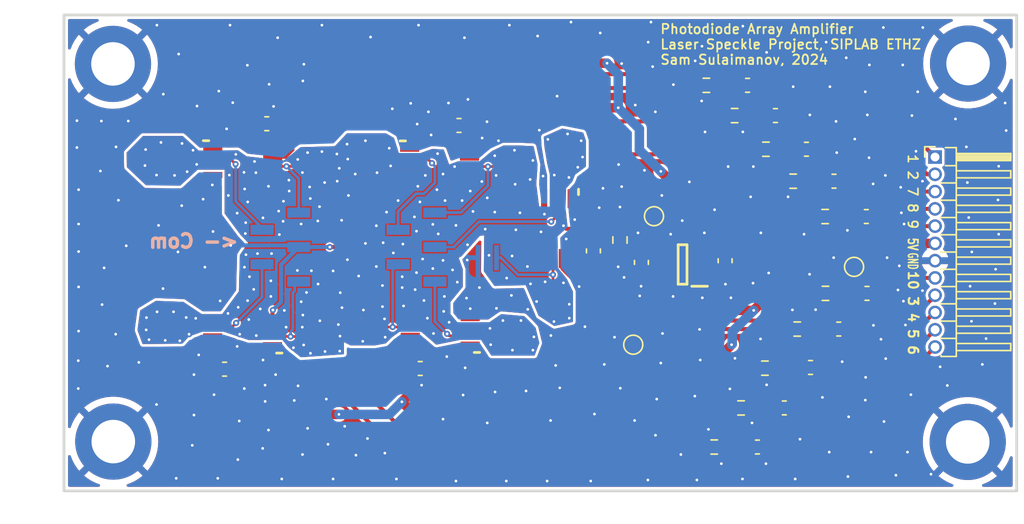
<source format=kicad_pcb>
(kicad_pcb (version 20240108) (generator "pcbnew") (generator_version "8.0")
  (layers (0 "F.Cu" signal) (31 "B.Cu" signal) (34 "B.Paste" user) (35 "F.Paste" user) (36 "B.SilkS" user "B.Silkscreen") (37 "F.SilkS" user "F.Silkscreen") (38 "B.Mask" user) (39 "F.Mask" user) (44 "Edge.Cuts" user))
  (net 0 "")
  (net 1 "/Dcat2")
  (net 2 "/TIA_OUT_2")
  (net 3 "GND")
  (net 4 "/TIA_OUT_1")
  (net 5 "/Dcat1")
  (net 6 "/Dcat3")
  (net 7 "/TIA_OUT_3")
  (net 8 "/TIA_OUT_4")
  (net 9 "/Dcat4")
  (net 10 "/Dcat5")
  (net 11 "/TIA_OUT_5")
  (net 12 "/Dcat6")
  (net 13 "/TIA_OUT_6")
  (net 14 "/TIA_OUT_7")
  (net 15 "/Dcat7")
  (net 16 "/TIA_OUT_8")
  (net 17 "/Dcat8")
  (net 18 "/TIA_OUT_9")
  (net 19 "/Dcat9")
  (net 20 "/LPF_OUT_1")
  (net 21 "/LPF_OUT_2")
  (net 22 "/LPF_OUT_3")
  (net 23 "/LPF_OUT_4")
  (net 24 "/LPF_OUT_5")
  (net 25 "/LPF_OUT_6")
  (net 26 "/LPF_OUT_7")
  (net 27 "/LPF_OUT_8")
  (net 28 "/LPF_OUT_9")
  (net 29 "Net-(D1-K)")
  (net 30 "/TIA_OUT_10")
  (net 31 "/LPF_OUT_10")
  (net 32 "+5VA")
  (net 33 "Vbias")
  (net 34 "Net-(IC6-SET)")
  (footprint "lib_fp:RESC3216X69N" (layer "F.Cu") (at 165.1538 97.2828 -90)
    (property "Reference" "R1" (hide yes))
    (property "Value" "100M" (hide yes))
  )
  (footprint "lib_fp:SOP65P490X110-8N" (layer "F.Cu") (at 159.4698 110.9146 180)
    (property "Reference" "IC3" (hide yes))
    (property "Value" "OPA2380AIDGKTG4" (hide yes))
  )
  (footprint "MountingHole:MountingHole_3.2mm_M3_DIN965_Pad" (layer "F.Cu") (at 149.95 91.2)
    (property "Reference" "H3" (hide yes))
    (property "Value" "MountingHole_Pad" (hide yes))
  )
  (footprint "Capacitor_SMD:C_0603_1608Metric" (layer "F.Cu") (at 205.3 102.425)
    (property "Reference" "C19" (hide yes))
    (property "Value" "10n" (hide yes))
  )
  (footprint "Resistor_SMD:R_0603_1608Metric" (layer "F.Cu") (at 196.1 116.5)
    (property "Reference" "R17" (hide yes))
    (property "Value" "10k" (hide yes))
  )
  (footprint "MountingHole:MountingHole_3.2mm_M3_DIN965_Pad" (layer "F.Cu") (at 212.775 91.175)
    (property "Reference" "H1" (hide yes))
    (property "Value" "MountingHole_Pad" (hide yes))
  )
  (footprint "Capacitor_SMD:C_0603_1608Metric" (layer "F.Cu") (at 188.775 105.8 -90)
    (property "Reference" "C2" (hide yes))
    (property "Value" "0.1u" (hide yes))
  )
  (footprint "lib_fp:SOP65P490X110-8N" (layer "F.Cu") (at 159.486 98.397)
    (property "Reference" "IC1" (hide yes))
    (property "Value" "OPA2380AIDGKTG4" (hide yes))
  )
  (footprint "lib_fp:RESC3216X69N" (layer "F.Cu") (at 179.42 97.3 -90)
    (property "Reference" "R11" (hide yes))
    (property "Value" "100M" (hide yes))
  )
  (footprint "Capacitor_SMD:C_0603_1608Metric" (layer "F.Cu") (at 200.9 97.475)
    (property "Reference" "C17" (hide yes))
    (property "Value" "10n" (hide yes))
  )
  (footprint "lib_fp:RESC3216X69N" (layer "F.Cu") (at 183.75 108.7338)
    (property "Reference" "R22" (hide yes))
    (property "Value" "100M" (hide yes))
  )
  (footprint "Capacitor_SMD:C_0603_1608Metric" (layer "F.Cu") (at 197.3 119.375)
    (property "Reference" "C16" (hide yes))
    (property "Value" "10n" (hide yes))
  )
  (footprint "lib_fp:SOP65P490X110-8N" (layer "F.Cu") (at 173.9454 98.4126)
    (property "Reference" "IC4" (hide yes))
    (property "Value" "OPA2380AIDGKTG4" (hide yes))
  )
  (footprint "lib_fp:RESC3216X69N" (layer "F.Cu") (at 153.9016 96.6224 -90)
    (property "Reference" "R5" (hide yes))
    (property "Value" "100M" (hide yes))
  )
  (footprint "lib_fp:RESC3216X69N" (layer "F.Cu") (at 165.35 112.7 90)
    (property "Reference" "R8" (hide yes))
    (property "Value" "100M" (hide yes))
  )
  (footprint "Capacitor_SMD:C_0603_1608Metric" (layer "F.Cu") (at 205.35 108.075)
    (property "Reference" "C21" (hide yes))
    (property "Value" "10n" (hide yes))
  )
  (footprint "MountingHole:MountingHole_3.2mm_M3_DIN965_Pad" (layer "F.Cu") (at 212.75 119)
    (property "Reference" "H2" (hide yes))
    (property "Value" "MountingHole_Pad" (hide yes))
  )
  (footprint "Capacitor_SMD:C_0603_1608Metric" (layer "F.Cu") (at 203.275 110.7)
    (property "Reference" "C13" (hide yes))
    (property "Value" "10n" (hide yes))
  )
  (footprint "Resistor_SMD:R_0603_1608Metric" (layer "F.Cu") (at 187.2 104.15 90)
    (property "Reference" "R4" (hide yes))
    (property "Value" "100k" (hide yes))
  )
  (footprint "Capacitor_SMD:C_0603_1608Metric" (layer "F.Cu") (at 161.25 95.6 180)
    (property "Reference" "C22" (hide yes))
    (property "Value" "1u" (hide yes))
  )
  (footprint "Capacitor_SMD:C_0603_1608Metric" (layer "F.Cu") (at 198.625 95)
    (property "Reference" "C12" (hide yes))
    (property "Value" "10n" (hide yes))
  )
  (footprint "Capacitor_SMD:C_0603_1608Metric" (layer "F.Cu") (at 158.15 113.65)
    (property "Reference" "C24" (hide yes))
    (property "Value" "1u" (hide yes))
  )
  (footprint "Resistor_SMD:R_0603_1608Metric" (layer "F.Cu") (at 202.275 102.425)
    (property "Reference" "R21" (hide yes))
    (property "Value" "10k" (hide yes))
  )
  (footprint "Capacitor_SMD:C_0603_1608Metric" (layer "F.Cu") (at 172.525 113.6)
    (property "Reference" "C23" (hide yes))
    (property "Value" "1u" (hide yes))
  )
  (footprint "Resistor_SMD:R_0603_1608Metric" (layer "F.Cu") (at 200.225 110.7)
    (property "Reference" "R15" (hide yes))
    (property "Value" "10k" (hide yes))
  )
  (footprint "Resistor_SMD:R_0603_1608Metric" (layer "F.Cu") (at 195.625 95)
    (property "Reference" "R14" (hide yes))
    (property "Value" "10k" (hide yes))
  )
  (footprint "Capacitor_SMD:C_0603_1608Metric" (layer "F.Cu") (at 202.925 99.825)
    (property "Reference" "C18" (hide yes))
    (property "Value" "10n" (hide yes))
  )
  (footprint "Capacitor_SMD:C_0603_1608Metric" (layer "F.Cu") (at 196.575 92.775)
    (property "Reference" "C11" (hide yes))
    (property "Value" "10n" (hide yes))
  )
  (footprint "Resistor_SMD:R_0603_1608Metric" (layer "F.Cu") (at 202.3 108.075)
    (property "Reference" "R24" (hide yes))
    (property "Value" "10k" (hide yes))
  )
  (footprint "Resistor_SMD:R_0603_1608Metric" (layer "F.Cu") (at 197.925 97.475)
    (property "Reference" "R19" (hide yes))
    (property "Value" "10k" (hide yes))
  )
  (footprint "Resistor_SMD:R_0603_1608Metric" (layer "F.Cu") (at 197.85 113.575)
    (property "Reference" "R16" (hide yes))
    (property "Value" "10k" (hide yes))
  )
  (footprint "lib_fp:RESC3216X69N" (layer "F.Cu") (at 168.59 96.64 -90)
    (property "Reference" "R10" (hide yes))
    (property "Value" "100M" (hide yes))
  )
  (footprint "Capacitor_SMD:C_0603_1608Metric" (layer "F.Cu") (at 185.25 104.95 90)
    (property "Reference" "C26" (hide yes))
    (property "Value" "1u" (hide yes))
  )
  (footprint "lib_fp:RESC3216X69N" (layer "F.Cu") (at 179.35 112.65 90)
    (property "Reference" "R6" (hide yes))
    (property "Value" "100M" (hide yes))
  )
  (footprint "Capacitor_SMD:C_0603_1608Metric" (layer "F.Cu") (at 194.925 105.675 -90)
    (property "Reference" "C1" (hide yes))
    (property "Value" "0.1u" (hide yes))
  )
  (footprint "lib_fp:RESC3216X69N" (layer "F.Cu") (at 153.89 112.04 90)
    (property "Reference" "R9" (hide yes))
    (property "Value" "100M" (hide yes))
  )
  (footprint "Resistor_SMD:R_0603_1608Metric" (layer "F.Cu") (at 199.925 99.825)
    (property "Reference" "R20" (hide yes))
    (property "Value" "10k" (hide yes))
  )
  (footprint "Resistor_SMD:R_0603_1608Metric" (layer "F.Cu") (at 193.55 92.775)
    (property "Reference" "R13" (hide yes))
    (property "Value" "10k" (hide yes))
  )
  (footprint "Resistor_SMD:R_0603_1608Metric" (layer "F.Cu") (at 194.125 119.375)
    (property "Reference" "R18" (hide yes))
    (property "Value" "10k" (hide yes))
  )
  (footprint "lib_fp:RESC3216X69N" (layer "F.Cu") (at 184.4 97.85 180)
    (property "Reference" "R12" (hide yes))
    (property "Value" "100M" (hide yes))
  )
  (footprint "lib_fp:SOT95P280X100-6N" (layer "F.Cu") (at 191.8 105.95 180)
    (property "Reference" "IC6" (hide yes))
    (property "Value" "ADR130BUJZ-R2" (hide yes))
  )
  (footprint "MountingHole:MountingHole_3.2mm_M3_DIN965_Pad" (layer "F.Cu") (at 149.975 118.975)
    (property "Reference" "H4" (hide yes))
    (property "Value" "MountingHole_Pad" (hide yes))
  )
  (footprint "Capacitor_SMD:C_0603_1608Metric" (layer "F.Cu") (at 175.375 95.725 180)
    (property "Reference" "C25" (hide yes))
    (property "Value" "1u" (hide yes))
  )
  (footprint "TestPoint:TestPoint_Pad_D1.0mm" (layer "F.Cu") (at 189.7 102.4 180)
    (property "Reference" "TP3" (hide yes))
    (property "Value" "TestPoint" (hide yes))
  )
  (footprint "Capacitor_SMD:C_0603_1608Metric" (layer "F.Cu") (at 199.275 116.5)
    (property "Reference" "C15" (hide yes))
    (property "Value" "10n" (hide yes))
  )
  (footprint "lib_fp:SOP65P490X110-8N" (layer "F.Cu") (at 173.993 110.8696 180)
    (property "Reference" "IC2" (hide yes))
    (property "Value" "OPA2380AIDGKTG4" (hide yes))
  )
  (footprint "lib_fp:RESC3216X69N" (layer "F.Cu") (at 168.4812 112 90)
    (property "Reference" "R7" (hide yes))
    (property "Value" "100M" (hide yes))
  )
  (footprint "lib_fp:SOP65P490X110-8N" (layer "F.Cu") (at 182.6034 103.313 -90)
    (property "Reference" "IC5" (hide yes))
    (property "Value" "OPA2380AIDGKTG4" (hide yes))
  )
  (footprint "Connector_PinHeader_1.27mm:PinHeader_1x12_P1.27mm_Horizontal" (layer "F.Cu") (at 210.35 98.05)
    (property "Reference" "J3" (hide yes))
    (property "Value" "Conn_01x12_Pin" (hide yes))
  )
  (footprint "TestPoint:TestPoint_Pad_D1.0mm" (layer "F.Cu") (at 188.175 111.85 -90)
    (property "Reference" "TP1" (hide yes))
    (property "Value" "TestPoint" (hide yes))
  )
  (footprint "TestPoint:TestPoint_Pad_D1.0mm" (layer "F.Cu") (at 204.4 106.125 -90)
    (property "Reference" "TP2" (hide yes))
    (property "Value" "TestPoint" (hide yes))
  )
  (footprint "Capacitor_SMD:C_0603_1608Metric" (layer "F.Cu") (at 201.2 113.525)
    (property "Reference" "C14" (hide yes))
    (property "Value" "10n" (hide yes))
  )
  (footprint "lib_fp:M503140545" (layer "B.Cu") (at 172.25 104.67 90)
    (property "Reference" "J1" (hide yes))
    (property "Value" "M50-3140545" (hide yes))
  )
  (footprint "lib_fp:VEMD2704" (layer "B.Cu") (at 177.45 105.45 90)
    (property "Reference" "D1" (hide yes))
    (property "Value" "D_Test" (hide yes))
  )
  (footprint "lib_fp:M503140545" (layer "B.Cu") (at 162.25 104.67 90)
    (property "Reference" "J2" (hide yes))
    (property "Value" "M50-3140545" (hide yes))
  )
  (gr_rect (start 146.35 87.6) (end 216.35 122.6) (stroke (width 0.2)) (fill none) (layer "Edge.Cuts"))
  (gr_text "<- Com" (at 159.275 104.82 0) (layer "B.SilkS") (effects (font (size 1 1) (thickness 0.25) (bold yes)) (justify left bottom mirror)))
  (gr_text "5V" (at 208.3 103.925 -90) (layer "F.SilkS") (effects (font (size 0.7 0.5) (thickness 0.125)) (justify left bottom)))
  (gr_text "10 3 4 5 6" (at 208.325 106.35 -90) (layer "F.SilkS") (effects (font (size 0.7 0.7)) (justify left bottom)))
  (gr_text "GND" (at 208.3 105.025 270) (layer "F.SilkS") (effects (font (size 0.7 0.4) (thickness 0.1)) (justify left bottom)))
  (gr_text "Photodiode Array Amplifier\nLaser Speckle Project, SIPLAB ETHZ\nSam Sulaimanov, 2024" (at 190.1 91.3 0) (layer "F.SilkS") (effects (font (size 0.7 0.7) (thickness 0.125)) (justify left bottom)))
  (gr_text "1 2 7 8 9" (at 208.3 97.775 270) (layer "F.SilkS") (effects (font (size 0.7 0.7) (thickness 0.125)) (justify left bottom)))
  (segment (start 162.7 98.7328) (end 161.6968 98.7328) (width 0.2) (layer "F.Cu") (net 1))
  (segment (start 161.6968 98.7328) (end 161.686 98.722) (width 0.2) (layer "F.Cu") (net 1))
  (segment (start 165.1538 98.7328) (end 162.7 98.7328) (width 0.2) (layer "F.Cu") (net 1))
  (via (at 162.7 98.7328) (size 0.45) (drill 0.2) (layers "F.Cu" "B.Cu") (net 1))
  (segment (start 163.6 102.13) (end 163.6 99.6328) (width 0.2) (layer "B.Cu") (net 1))
  (segment (start 163.6 99.6328) (end 162.7 98.7328) (width 0.2) (layer "B.Cu") (net 1))
  (segment (start 163.4672 95.8328) (end 163.18 96.12) (width 0.2) (layer "F.Cu") (net 2))
  (segment (start 163.18 96.12) (end 163.18 97.53) (width 0.2) (layer "F.Cu") (net 2))
  (segment (start 165.1538 95.8328) (end 163.4672 95.8328) (width 0.2) (layer "F.Cu") (net 2))
  (segment (start 169.0366 91.95) (end 165.1538 95.8328) (width 0.3) (layer "F.Cu") (net 2))
  (segment (start 163.18 97.53) (end 162.638 98.072) (width 0.2) (layer "F.Cu") (net 2))
  (segment (start 162.638 98.072) (end 161.686 98.072) (width 0.2) (layer "F.Cu") (net 2))
  (segment (start 192.275 95) (end 189.225 91.95) (width 0.3) (layer "F.Cu") (net 2))
  (segment (start 189.225 91.95) (end 169.0366 91.95) (width 0.3) (layer "F.Cu") (net 2))
  (segment (start 194.8 95) (end 192.275 95) (width 0.3) (layer "F.Cu") (net 2))
  (segment (start 193.05 105.95) (end 194.425 105.95) (width 0.3) (layer "F.Cu") (net 3))
  (segment (start 188.775 107.525) (end 188.75 107.55) (width 0.3) (layer "F.Cu") (net 3))
  (segment (start 181.6284 99.5284) (end 181.6284 101.113) (width 0.3) (layer "F.Cu") (net 3))
  (segment (start 194.425 105.95) (end 194.925 106.45) (width 0.3) (layer "F.Cu") (net 3))
  (segment (start 176.193 109.8946) (end 176.193 109.207) (width 0.3) (layer "F.Cu") (net 3))
  (segment (start 166.463 104.67) (end 171.7454 99.3876) (width 0.3) (layer "F.Cu") (net 3))
  (segment (start 157.286 100.064) (end 157.25 100.1) (width 0.3) (layer "F.Cu") (net 3))
  (segment (start 181.55 99.45) (end 181.6284 99.5284) (width 0.3) (layer "F.Cu") (net 3))
  (segment (start 161.6698 109.3302) (end 161.7 109.3) (width 0.3) (layer "F.Cu") (net 3))
  (segment (start 194.925 107.375) (end 194.95 107.4) (width 0.3) (layer "F.Cu") (net 3))
  (segment (start 188.775 106.575) (end 188.775 107.525) (width 0.3) (layer "F.Cu") (net 3))
  (segment (start 157.286 99.372) (end 157.286 100.064) (width 0.3) (layer "F.Cu") (net 3))
  (segment (start 176.193 109.207) (end 176.2 109.2) (width 0.3) (layer "F.Cu") (net 3))
  (segment (start 194.925 106.45) (end 194.925 107.375) (width 0.3) (layer "F.Cu") (net 3))
  (segment (start 165.88 104.67) (end 166.463 104.67) (width 0.3) (layer "F.Cu") (net 3))
  (segment (start 161.6698 109.9396) (end 161.6698 109.3302) (width 0.3) (layer "F.Cu") (net 3))
  (via (at 186.05 113.3) (size 0.45) (drill 0.2) (layers "F.Cu" "B.Cu") (net 3))
  (via (at 182.475 113.375) (size 0.45) (drill 0.2) (layers "F.Cu" "B.Cu") (net 3))
  (via (at 200.425 118.8) (size 0.45) (drill 0.2) (layers "F.Cu" "B.Cu") (net 3))
  (via (at 161.13 116.02) (size 0.45) (drill 0.2) (layers "F.Cu" "B.Cu") (net 3))
  (via (at 209.425 99.825) (size 0.45) (drill 0.2) (layers "F.Cu" "B.Cu") (net 3))
  (via (at 198.125 106.575) (size 0.45) (drill 0.2) (layers "F.Cu" "B.Cu") (net 3))
  (via (at 205.525 91.275) (size 0.45) (drill 0.2) (layers "F.Cu" "B.Cu") (net 3))
  (via (at 155 101.625) (size 0.45) (drill 0.2) (layers "F.Cu" "B.Cu") (net 3))
  (via (at 161.125 114.825) (size 0.45) (drill 0.2) (layers "F.Cu" "B.Cu") (net 3))
  (via (at 197.55 103.625) (size 0.45) (drill 0.2) (layers "F.Cu" "B.Cu") (net 3))
  (via (at 150.35 101.225) (size 0.45) (drill 0.2) (layers "F.Cu" "B.Cu") (net 3))
  (via (at 165.88 104.67) (size 0.45) (drill 0.2) (layers "F.Cu" "B.Cu") (net 3))
  (via (at 188.75 107.55) (size 0.45) (drill 0.2) (layers "F.Cu" "B.Cu") (net 3))
  (via (at 205.5 98.1) (size 0.45) (drill 0.2) (layers "F.Cu" "B.Cu") (net 3))
  (via (at 158.55 88.35) (size 0.45) (drill 0.2) (layers "F.Cu" "B.Cu") (net 3))
  (via (at 205.65 119.75) (size 0.45) (drill 0.2) (layers "F.Cu" "B.Cu") (net 3))
  (via (at 187.07 106.12) (size 0.45) (drill 0.2) (layers "F.Cu" "B.Cu") (net 3))
  (via (at 207.725 106.05) (size 0.45) (drill 0.2) (layers "F.Cu" "B.Cu") (net 3))
  (via (at 161.7 109.3) (size 0.45) (drill 0.2) (layers "F.Cu" "B.Cu") (net 3))
  (via (at 194.95 107.4) (size 0.45) (drill 0.2) (layers "F.Cu" "B.Cu") (net 3))
  (via (at 192.85 121.8) (size 0.45) (drill 0.2) (layers "F.Cu" "B.Cu") (net 3))
  (via (at 180.3 115.25) (size 0.45) (drill 0.2) (layers "F.Cu" "B.Cu") (net 3))
  (via (at 196.8 100.975) (size 0.45) (drill 0.2) (layers "F.Cu" "B.Cu") (net 3))
  (via (at 207.475 121.45) (size 0.45) (drill 0.2) (layers "F.Cu" "B.Cu") (net 3))
  (via (at 166.975 117.85) (size 0.45) (drill 0.2) (layers "F.Cu" "B.Cu") (net 3))
  (via (at 214.975 101.2) (size 0.45) (drill 0.2) (layers "F.Cu" "B.Cu") (net 3))
  (via (at 214.1 111.4) (size 0.45) (drill 0.2) (layers "F.Cu" "B.Cu") (net 3))
  (via (at 206.6 117.5) (size 0.45) (drill 0.2) (layers "F.Cu" "B.Cu") (net 3))
  (via (at 187.1 98.6) (size 0.45) (drill 0.2) (layers "F.Cu" "B.Cu") (net 3))
  (via (at 153.3 103.075) (size 0.45) (drill 0.2) (layers "F.Cu" "B.Cu") (net 3))
  (via (at 207.825 100.275) (size 0.45) (drill 0.2) (layers "F.Cu" "B.Cu") (net 3))
  (via (at 159.6 115.075) (size 0.45) (drill 0.2) (layers "F.Cu" "B.Cu") (net 3))
  (via (at 153.15 116.25) (size 0.45) (drill 0.2) (layers "F.Cu" "B.Cu") (net 3))
  (via (at 162.05 89.275) (size 0.45) (drill 0.2) (layers "F.Cu" "B.Cu") (net 3))
  (via (at 197.925 120.6) (size 0.45) (drill 0.2) (layers "F.Cu" "B.Cu") (net 3))
  (via (at 176.2 109.2) (size 0.45) (drill 0.2) (layers "F.Cu" "B.Cu") (net 3))
  (via (at 161.75 94.325) (size 0.45) (drill 0.2) (layers "F.Cu" "B.Cu") (net 3))
  (via (at 178.125 109.175) (size 0.45) (drill 0.2) (layers "F.Cu" "B.Cu") (net 3))
  (via (at 205.25 114.25) (size 0.45) (drill 0.2) (layers "F.Cu" "B.Cu") (net 3))
  (via (at 193.45 96.2) (size 0.45) (drill 0.2) (layers "F.Cu" "B.Cu") (net 3))
  (via (at 175.975 105.625) (size 0.45) (drill 0.2) (layers "F.Cu" "B.Cu") (net 3))
  (via (at 159.125 120.3) (size 0.45) (drill 0.2) (layers "F.Cu" "B.Cu") (net 3))
  (via (at 188.65 108.26) (size 0.45) (drill 0.2) (layers "F.Cu" "B.Cu") (net 3))
  (via (at 188.525 103.625) (size 0.45) (drill 0.2) (layers "F.Cu" "B.Cu") (net 3))
  (via (at 201.13 106.67) (size 0.45) (drill 0.2) (layers "F.Cu" "B.Cu") (net 3))
  (via (at 182.125 111.175) (size 0.45) (drill 0.2) (layers "F.Cu" "B.Cu") (net 3))
  (via (at 196.975 107.325) (size 0.45) (drill 0.2) (layers "F.Cu" "B.Cu") (net 3))
  (via (at 157.375 115.525) (size 0.45) (drill 0.2) (layers "F.Cu" "B.Cu") (net 3))
  (via (at 161.425 92.7) (size 0.45) (drill 0.2) (layers "F.Cu" "B.Cu") (net 3))
  (via (at 187.325 100.225) (size 0.45) (drill 0.2) (layers "F.Cu" "B.Cu") (net 3))
  (via (at 147.425 107.6) (size 0.45) (drill 0.2) (layers "F.Cu" "B.Cu") (net 3))
  (via (at 206.375 111.45) (size 0.45) (drill 0.2) (layers "F.Cu" "B.Cu") (net 3))
  (via (at 147.425 110.85) (size 0.45) (drill 0.2) (layers "F.Cu" "B.Cu") (net 3))
  (via (at 214.75 108.825) (size 0.45) (drill 0.2) (layers "F.Cu" "B.Cu") (net 3))
  (via (at 157.25 100.1) (size 0.45) (drill 0.2) (layers "F.Cu" "B.Cu") (net 3))
  (via (at 174.2 117.325) (size 0.45) (drill 0.2) (layers "F.Cu" "B.Cu") (net 3))
  (via (at 181.275 96.075) (size 0.45) (drill 0.2) (layers "F.Cu" "B.Cu") (net 3))
  (via (at 162.35 121.725) (size 0.45) (drill 0.2) (layers "F.Cu" "B.Cu") (net 3))
  (via (at 203.95 121.55) (size 0.45) (drill 0.2) (layers "F.Cu" "B.Cu") (net 3))
  (via (at 159.825 91.3) (size 0.45) (drill 0.2) (layers "F.Cu" "B.Cu") (net 3))
  (via (at 190.275 100.875) (size 0.45) (drill 0.2) (layers "F.Cu" "B.Cu") (net 3))
  (via (at 187.5 106.9) (size 0.45) (drill 0.2) (layers "F.Cu" "B.Cu") (net 3))
  (via (at 191.675 119.925) (size 0.45) (drill 0.2) (layers "F.Cu" "B.Cu") (net 3))
  (via (at 187.225 115.05) (size 0.45) (drill 0.2) (layers "F.Cu" "B.Cu") (net 3))
  (via (at 197.975 114.8) (size 0.45) (drill 0.2) (layers "F.Cu" "B.Cu") (net 3))
  (via (at 199.925 92.875) (size 0.45) (drill 0.2) (layers "F.Cu" "B.Cu") (net 3))
  (via (at 193.7 118.075) (size 0.45) (drill 0.2) (layers "F.Cu" "B.Cu") (net 3))
  (via (at 147.4 113.025) (size 0.45) (drill 0.2) (layers "F.Cu" "B.Cu") (net 3))
  (via (at 185.675 101.775) (size 0.45) (drill 0.2) (layers "F.Cu" "B.Cu") (net 3))
  (via (at 189 99.025) (size 0.45) (drill 0.2) (layers "F.Cu" "B.Cu") (net 3))
  (via (at 191.775 102.725) (size 0.45) (drill 0.2) (layers "F.Cu" "B.Cu") (net 3))
  (via (at 197.975 90.35) (size 0.45) (drill 0.2) (layers "F.Cu" "B.Cu") (net 3))
  (via (at 163.27 115.95) (size 0.45) (drill 0.2) (layers "F.Cu" "B.Cu") (net 3))
  (via (at 163.975 91.225) (size 0.45) (drill 0.2) (layers "F.Cu" "B.Cu") (net 3))
  (via (at 156.25 112.6) (size 0.45) (drill 0.2) (layers "F.Cu" "B.Cu") (net 3))
  (via (at 212.925 107.55) (size 0.45) (drill 0.2) (layers "F.Cu" "B.Cu") (net 3))
  (via (at 184.625 110.525) (size 0.45) (drill 0.2) (layers "F.Cu" "B.Cu") (net 3))
  (via (at 201.575 109.275) (size 0.45) (drill 0.2) (layers "F.Cu" "B.Cu") (net 3))
  (via (at 157.725 93.2) (size 0.45) (drill 0.2) (layers "F.Cu" "B.Cu") (net 3))
  (via (at 215.575 96.1) (size 0.45) (drill 0.2) (layers "F.Cu" "B.Cu") (net 3))
  (via (at 215.5 94.075) (size 0.45) (drill 0.2) (layers "F.Cu" "B.Cu") (net 3))
  (via (at 203.125 97.725) (size 0.45) (drill 0.2) (layers "F.Cu" "B.Cu") (net 3))
  (via (at 203.91 103.44) (size 0.45) (drill 0.2) (layers "F.Cu" "B.Cu") (net 3))
  (via (at 190.2 113.2) (size 0.45) (drill 0.2) (layers "F.Cu" "B.Cu") (net 3))
  (via (at 197.525 111.425) (size 0.45) (drill 0.2) (layers "F.Cu" "B.Cu") (net 3))
  (via (at 183.6 88.125) (size 0.45) (drill 0.2) (layers "F.Cu" "B.Cu") (net 3))
  (via (at 195.275 115.1) (size 0.45) (drill 0.2) (layers "F.Cu" "B.Cu") (net 3))
  (via (at 175.15 121.875) (size 0.45) (drill 0.2) (layers "F.Cu" "B.Cu") (net 3))
  (via (at 161.9 114.05) (size 0.45) (drill 0.2) (layers "F.Cu" "B.Cu") (net 3))
  (via (at 147.3 95.375) (size 0.45) (drill 0.2) (layers "F.Cu" "B.Cu") (net 3))
  (via (at 207.625 107.825) (size 0.45) (drill 0.2) (layers "F.Cu" "B.Cu") (net 3))
  (via (at 168.875 89.225) (size 0.45) (drill 0.2) (layers "F.Cu" "B.Cu") (net 3))
  (via (at 213.825 113.3) (size 0.45) (drill 0.2) (layers "F.Cu" "B.Cu") (net 3))
  (via (at 163.9 92.45) (size 0.45) (drill 0.2) (layers "F.Cu" "B.Cu") (net 3))
  (via (at 174.6 94.075) (size 0.45) (drill 0.2) (layers "F.Cu" "B.Cu") (net 3))
  (via (at 168.65 118.75) (size 0.45) (drill 0.2) (layers "F.Cu" "B.Cu") (net 3))
  (via (at 153.625 107.725) (size 0.45) (drill 0.2) (layers "F.Cu" "B.Cu") (net 3))
  (via (at 163.875 119.925) (size 0.45) (drill 0.2) (layers "F.Cu" "B.Cu") (net 3))
  (via (at 158.75 94.05) (size 0.45) (drill 0.2) (layers "F.Cu" "B.Cu") (net 3))
  (via (at 193.225 89.9) (size 0.45) (drill 0.2) (layers "F.Cu" "B.Cu") (net 3))
  (via (at 178.85 121.875) (size 0.45) (drill 0.2) (layers "F.Cu" "B.Cu") (net 3))
  (via (at 208.95 97.625) (size 0.45) (drill 0.2) (layers "F.Cu" "B.Cu") (net 3))
  (via (at 149.15 108.9) (size 0.45) (drill 0.2) (layers "F.Cu" "B.Cu") (net 3))
  (via (at 212.65 97.3) (size 0.45) (drill 0.2) (layers "F.Cu" "B.Cu") (net 3))
  (via (at 192.7 115.63) (size 0.45) (drill 0.2) (layers "F.Cu" "B.Cu") (net 3))
  (via (at 187.325 91.175) (size 0.45) (drill 0.2) (layers "F.Cu" "B.Cu") (net 3))
  (via (at 206.825 105.45) (size 0.45) (drill 0.2) (layers "F.Cu" "B.Cu") (net 3))
  (via (at 208.175 110.4) (size 0.45) (drill 0.2) (layers "F.Cu" "B.Cu") (net 3))
  (via (at 182.58 93.57) (size 0.45) (drill 0.2) (layers "F.Cu" "B.Cu") (net 3))
  (via (at 193.25 108.4) (size 0.45) (drill 0.2) (layers "F.Cu" "B.Cu") (net 3))
  (via (at 208.325 119.75) (size 0.45) (drill 0.2) (layers "F.Cu" "B.Cu") (net 3))
  (via (at 182.775 115.025) (size 0.45) (drill 0.2) (layers "F.Cu" "B.Cu") (net 3))
  (via (at 189.25 121.8) (size 0.45) (drill 0.2) (layers "F.Cu" "B.Cu") (net 3))
  (via (at 173.125 94.725) (size 0.45) (drill 0.2) (layers "F.Cu" "B.Cu") (net 3))
  (via (at 203.525 113.1) (size 0.45) (drill 0.2) (layers "F.Cu" "B.Cu") (net 3))
  (via (at 177.43 95.45) (size 0.45) (drill 0.2) (layers "F.Cu" "B.Cu") (net 3))
  (via (at 147.425 105) (size 0.45) (drill 0.2) (layers "F.Cu" "B.Cu") (net 3))
  (via (at 212.825 102.5) (size 0.45) (drill 0.2) (layers "F.Cu" "B.Cu") (net 3))
  (via (at 151.85 113.15) (size 0.45) (drill 0.2) (layers "F.Cu" "B.Cu") (net 3))
  (via (at 159.075 111.975) (size 0.45) (drill 0.2) (layers "F.Cu" "B.Cu") (net 3))
  (via (at 189.6 91.4) (size 0.45) (drill 0.2) (layers "F.Cu" "B.Cu") (net 3))
  (via (at 209.425 107.875) (size 0.45) (drill 0.2) (layers "F.Cu" "B.Cu") (net 3))
  (via (at 201.15 94.95) (size 0.45) (drill 0.2) (layers "F.Cu" "B.Cu") (net 3))
  (via (at 149.55 113.425) (size 0.45) (drill 0.2) (layers "F.Cu" "B.Cu") (net 3))
  (via (at 202.9 105.45) (size 0.45) (drill 0.2) (layers "F.Cu" "B.Cu") (net 3))
  (via (at 191.1 108.3) (size 0.45) (drill 0.2) (layers "F.Cu" "B.Cu") (net 3))
  (via (at 149.1 95.4) (size 0.45) (drill 0.2) (layers "F.Cu" "B.Cu") (net 3))
  (via (at 185.05 121.875) (size 0.45) (drill 0.2) (layers "F.Cu" "B.Cu") (net 3))
  (via (at 210.05 121.375) (size 0.45) (drill 0.2) (layers "F.Cu" "B.Cu") (net 3))
  (via (at 195.65 112.85) (size 0.45) (drill 0.2) (layers "F.Cu" "B.Cu") (net 3))
  (via (at 190.925 103.725) (size 0.45) (drill 0.2) (layers "F.Cu" "B.Cu") (net 3))
  (via (at 161.375 118.125) (size 0.45) (drill 0.2) (layers "F.Cu" "B.Cu") (net 3))
  (via (at 155.775 119.25) (size 0.45) (drill 0.2) (layers "F.Cu" "B.Cu") (net 3))
  (via (at 214.8 106.3) (size 0.45) (drill 0.2) (layers "F.Cu" "B.Cu") (net 3))
  (via (at 156.575 101.15) (size 0.45) (drill 0.2) (layers "F.Cu" "B.Cu") (net 3))
  (via (at 174.475 112.725) (size 0.45) (drill 0.2) (layers "F.Cu" "B.Cu") (net 3))
  (via (at 188.325 94.225) (size 0.45) (drill 0.2) (layers "F.Cu" "B.Cu") (net 3))
  (via (at 213.05 105.025) (size 0.45) (drill 0.2) (layers "F.Cu" "B.Cu") (net 3))
  (via (at 178.025 115.325) (size 0.45) (drill 0.2) (layers "F.Cu" "B.Cu") (net 3))
  (via (at 150.15 111.075) (size 0.45) (drill 0.2) (layers "F.Cu" "B.Cu") (net 3))
  (via (at 194.65 120.6) (size 0.45) (drill 0.2) (layers "F.Cu" "B.Cu") (net 3))
  (via (at 211.85 95.25) (size 0.45) (drill 0.2) (layers "F.Cu" "B.Cu") (net 3))
  (via (at 192.3 99.875) (size 0.45) (drill 0.2) (layers "F.Cu" "B.Cu") (net 3))
  (via (at 181.55 99.45) (size 0.45) (drill 0.2) (layers "F.Cu" "B.Cu") (net 3))
  (via (at 208.025 108.65) (size 0.45) (drill 0.2) (layers "F.Cu" "B.Cu") (net 3))
  (via (at 157.3 103.525) (size 0.45) (drill 0.2) (layers "F.Cu" "B.Cu") (net 3))
  (via (at 196.2 121.725) (size 0.45) (drill 0.2) (layers "F.Cu" "B.Cu") (net 3))
  (via (at 203.075 95.425) (size 0.45) (drill 0.2) (layers "F.Cu" "B.Cu") (net 3))
  (via (at 206.7 99.4) (size 0.45) (drill 0.2) (layers "F.Cu" "B.Cu") (net 3))
  (via (at 205.8 100.025) (size 0.45) (drill 0.2) (layers "F.Cu" "B.Cu") (net 3))
  (via (at 195.15 98.75) (size 0.45) (drill 0.2) (layers "F.Cu" "B.Cu") (net 3))
  (via (at 170.775 121.725) (size 0.45) (drill 0.2) (layers "F.Cu" "B.Cu") (net 3))
  (via (at 177.075 96.65) (size 0.45) (drill 0.2) (layers "F.Cu" "B.Cu") (net 3))
  (via (at 158.6 104.55) (size 0.45) (drill 0.2) (layers "F.Cu" "B.Cu") (net 3))
  (via (at 189.475 88.125) (size 0.45) (drill 0.2) (layers "F.Cu" "B.Cu") (net 3))
  (via (at 210.725 113.475) (size 0.45) (drill 0.2) (layers "F.Cu" "B.Cu") (net 3))
  (via (at 153.65 93.425) (size 0.45) (drill 0.2) (layers "F.Cu" "B.Cu") (net 3))
  (via (at 193.4 103.625) (size 0.45) (drill 0.2) (layers "F.Cu" "B.Cu") (net 3))
  (via (at 200.725 103.725) (size 0.45) (drill 0.2) (layers "F.Cu" "B.Cu") (net 3))
  (via (at 157.825 108.625) (size 0.45) (drill 0.2) (layers "F.Cu" "B.Cu") (net 3))
  (via (at 185.325 116.95) (size 0.45) (drill 0.2) (layers "F.Cu" "B.Cu") (net 3))
  (via (at 195.35 108.4) (size 0.45) (drill 0.2) (layers "F.Cu" "B.Cu") (net 3))
  (via (at 165.75 119.175) (size 0.45) (drill 0.2) (layers "F.Cu" "B.Cu") (net 3))
  (via (at 215.025 103.725) (size 0.45) (drill 0.2) (layers "F.Cu" "B.Cu") (net 3))
  (via (at 206.725 112.875) (size 0.45) (drill 0.2) (layers "F.Cu" "B.Cu") (net 3))
  (via (at 209.075 93.25) (size 0.45) (drill 0.2) (layers "F.Cu" "B.Cu") (net 3))
  (via (at 199.55 100.975) (size 0.45) (drill 0.2) (layers "F.Cu" "B.Cu") (net 3))
  (via (at 208.575 115.525) (size 0.45) (drill 0.2) (layers "F.Cu" "B.Cu") (net 3))
  (via (at 212.725 99.925) (size 0.45) (drill 0.2) (layers "F.Cu" "B.Cu") (net 3))
  (via (at 202.625 92.875) (size 0.45) (drill 0.2) (layers "F.Cu" "B.Cu") (net 3))
  (via (at 213.025 110.125) (size 0.45) (drill 0.2) (layers "F.Cu" "B.Cu") (net 3))
  (via (at 178.275 96.85) (size 0.45) (drill 0.2) (layers "F.Cu" "B.Cu") (net 3))
  (via (at 184.2 107.575) (size 0.45) (drill 0.2) (layers "F.Cu" "B.Cu") (net 3))
  (via (at 169.925 119.825) (size 0.45) (drill 0.2) (layers "F.Cu" "B.Cu") (net 3))
  (via (at 155.9 117.025) (size 0.45) (drill 0.2) (layers "F.Cu" "B.Cu") (net 3))
  (via (at 180.425 109.25) (size 0.45) (drill 0.2) (layers "F.Cu" "B.Cu") (net 3))
  (via (at 182.1 117.425) (size 0.45) (drill 0.2) (layers "F.Cu" "B.Cu") (net 3))
  (via (at 151.075 95.4) (size 0.45) (drill 0.2) (layers "F.Cu" "B.Cu") (net 3))
  (via (at 176.03 93.81) (size 0.45) (drill 0.2) (layers "F.Cu" "B.Cu") (net 3))
  (via (at 147.3 97.35) (size 0.45) (drill 0.2) (layers "F.Cu" "B.Cu") (net 3))
  (via (at 176.875 107.65) (size 0.45) (drill 0.2) (layers "F.Cu" "B.Cu") (net 3))
  (via (at 183.875 102.65) (size 0.45) (drill 0.2) (layers "F.Cu" "B.Cu") (net 3))
  (via (at 165.3 88.35) (size 0.45) (drill 0.2) (layers "F.Cu" "B.Cu") (net 3))
  (via (at 208.65 95) (size 0.45) (drill 0.2) (layers "F.Cu" "B.Cu") (net 3))
  (via (at 209.45 88.525) (size 0.45) (drill 0.2) (layers "F.Cu" "B.Cu") (net 3))
  (via (at 175.925 108.425) (size 0.45) (drill 0.2) (layers "F.Cu" "B.Cu") (net 3))
  (via (at 204.45 96.725) (size 0.45) (drill 0.2) (layers "F.Cu" "B.Cu") (net 3))
  (via (at 179.225 108.225) (size 0.45) (drill 0.2) (layers "F.Cu" "B.Cu") (net 3))
  (via (at 150.175 97.3) (size 0.45) (drill 0.2) (layers "F.Cu" "B.Cu") (net 3))
  (via (at 194.15 101.925) (size 0.45) (drill 0.2) (layers "F.Cu" "B.Cu") (net 3))
  (via (at 188.275 117.425) (size 0.45) (drill 0.2) (layers "F.Cu" "B.Cu") (net 3))
  (via (at 205.225 115.925) (size 0.45) (drill 0.2) (layers "F.Cu" "B.Cu") (net 3))
  (via (at 205.825 110.425) (size 0.45) (drill 0.2) (layers "F.Cu" "B.Cu") (net 3))
  (via (at 175.775 89.275) (size 0.45) (drill 0.2) (layers "F.Cu" "B.Cu") (net 3))
  (via (at 147.425 100.45) (size 0.45) (drill 0.2) (layers "F.Cu" "B.Cu") (net 3))
  (via (at 172.625 114.825) (size 0.45) (drill 0.2) (layers "F.Cu" "B.Cu") (net 3))
  (via (at 193.05 110.725) (size 0.45) (drill 0.2) (layers "F.Cu" "B.Cu") (net 3))
  (via (at 211.25 114.85) (size 0.45) (drill 0.2) (layers "F.Cu" "B.Cu") (net 3))
  (via (at 196.225 88.425) (size 0.45) (drill 0.2) (layers "F.Cu" "B.Cu") (net 3))
  (via (at 150.925 104.575) (size 0.45) (drill 0.2) (layers "F.Cu" "B.Cu") (net 3))
  (via (at 202.35 89.6) (size 0.45) (drill 0.2) (layers "F.Cu" "B.Cu") (net 3))
  (via (at 190.325 111.025) (size 0.45) (drill 0.2) (layers "F.Cu" "B.Cu") (net 3))
  (via (at 205.225 93.25) (size 0.45) (drill 0.2) (layers "F.Cu" "B.Cu") (net 3))
  (via (at 193.1 112.975) (size 0.45) (drill 0.2) (layers "F.Cu" "B.Cu") (net 3))
  (via (at 171.825 94.1) (size 0.45) (drill 0.2) (layers "F.Cu" "B.Cu") (net 3))
  (via (at 197 98.75) (size 0.45) (drill 0.2) (layers "F.Cu" "B.Cu") (net 3))
  (via (at 156.7 106.15) (size 0.45) (drill 0.2) (layers "F.Cu" "B.Cu") (net 3))
  (via (at 172.3 95.625) (size 0.45) (drill 0.2) (layers "F.Cu" "B.Cu") (net 3))
  (via (at 203.825 90.75) (size 0.45) (drill 0.2) (layers "F.Cu" "B.Cu") (net 3))
  (via (at 189.8 94.725) (size 0.45) (drill 0.2) (layers "F.Cu" "B.Cu") (net 3))
  (via (at 183.25 104.075) (size 0.45) (drill 0.2) (layers "F.Cu" "B.Cu") (net 3))
  (via (at 177.45 117.6) (size 0.45) (drill 0.2) (layers "F.Cu" "B.Cu") (net 3))
  (via (at 156.125 94.3) (size 0.45) (drill 0.2) (layers "F.Cu" "B.Cu") (net 3))
  (via (at 193.2 93.925) (size 0.45) (drill 0.2) (layers "F.Cu" "B.Cu") (net 3))
  (via (at 165.625 115.85) (size 0.45) (drill 0.2) (layers "F.Cu" "B.Cu") (net 3))
  (via (at 181.15 89.15) (size 0.45) (drill 0.2) (layers "F.Cu" "B.Cu") (net 3))
  (via (at 147.425 102.975) (size 0.45) (drill 0.2) (layers "F.Cu" "B.Cu") (net 3))
  (via (at 158.3 95.975) (size 0.45) (drill 0.2) (layers "F.Cu" "B.Cu") (net 3))
  (via (at 185.75 88.925) (size 0.45) (drill 0.2) (layers "F.Cu" "B.Cu") (net 3))
  (via (at 205.375 94.95) (size 0.45) (drill 0.2) (layers "F.Cu" "B.Cu") (net 3))
  (via (at 186.8 111.3) (size 0.45) (drill 0.2) (layers "F.Cu" "B.Cu") (net 3))
  (via (at 189.275 89.6) (size 0.45) (drill 0.2) (layers "F.Cu" "B.Cu") (net 3))
  (via (at 154.6 121.675) (size 0.45) (drill 0.2) (layers "F.Cu" "B.Cu") (net 3))
  (via (at 149.3 106.2) (size 0.45) (drill 0.2) (layers "F.Cu" "B.Cu") (net 3))
  (via (at 170.475 94.5) (size 0.45) (drill 0.2) (layers "F.Cu" "B.Cu") (net 3))
  (via (at 154.725 105.025) (size 0.45) (drill 0.2) (layers "F.Cu" "B.Cu") (net 3))
  (via (at 155.9 114.05) (size 0.45) (drill 0.2) (layers "F.Cu" "B.Cu") (net 3))
  (via (at 147.4 115.075) (size 0.45) (drill 0.2) (layers "F.Cu" "B.Cu") (net 3))
  (via (at 196.225 96.2) (size 0.45) (drill 0.2) (layers "F.Cu" "B.Cu") (net 3))
  (via (at 173.325 96.425) (size 0.45) (drill 0.2) (layers "F.Cu" "B.Cu") (net 3))
  (via (at 208.075 102.975) (size 0.45) (drill 0.2) (layers "F.Cu" "B.Cu") (net 3))
  (via (at 166.125 121.725) (size 0.45) (drill 0.2) (layers "F.Cu" "B.Cu") (net 3))
  (via (at 157.65 121.675) (size 0.45) (drill 0.2) (layers "F.Cu" "B.Cu") (net 3))
  (via (at 163.55 114.875) (size 0.45) (drill 0.2) (layers "F.Cu" "B.Cu") (net 3))
  (via (at 149.025 99.075) (size 0.45) (drill 0.2) (layers "F.Cu" "B.Cu") (net 3))
  (via (at 175.675 115.55) (size 0.45) (drill 0.2) (layers "F.Cu" "B.Cu") (net 3))
  (via (at 153.175 88.35) (size 0.45) (drill 0.2) (layers "F.Cu" "B.Cu") (net 3))
  (via (at 189.9 115.85) (size 0.45) (drill 0.2) (layers "F.Cu" "B.Cu") (net 3))
  (via (at 154.775 90.475) (size 0.45) (drill 0.2) (layers "F.Cu" "B.Cu") (net 3))
  (via (at 204 117.15) (size 0.45) (drill 0.2) (layers "F.Cu" "B.Cu") (net 3))
  (via (at 187.2 101.725) (size 0.45) (drill 0.2) (layers "F.Cu" "B.Cu") (net 3))
  (via (at 191.125 92.725) (size 0.45) (drill 0.2) (layers "F.Cu" "B.Cu") (net 3))
  (via (at 167.8 119.975) (size 0.45) (drill 0.2) (layers "F.Cu" "B.Cu") (net 3))
  (via (at 196.9 117.6) (size 0.45) (drill 0.2) (layers "F.Cu" "B.Cu") (net 3))
  (via (at 215.025 98.725) (size 0.45) (drill 0.2) (layers "F.Cu" "B.Cu") (net 3))
  (via (at 192.725 90.975) (size 0.45) (drill 0.2) (layers "F.Cu" "B.Cu") (net 3))
  (via (at 185.95 100.35) (size 0.45) (drill 0.2) (layers "F.Cu" "B.Cu") (net 3))
  (via (at 189.81 118.51) (size 0.45) (drill 0.2) (layers "F.Cu" "B.Cu") (net 3))
  (via (at 200.075 121.725) (size 0.45) (drill 0.2) (layers "F.Cu" "B.Cu") (net 3))
  (via (at 207.975 91.275) (size 0.45) (drill 0.2) (layers "F.Cu" "B.Cu") (net 3))
  (via (at 179.075 88.35) (size 0.45) (drill 0.2) (layers "F.Cu" "B.Cu") (net 3))
  (via (at 202.075 115.725) (size 0.45) (drill 0.2) (layers "F.Cu" "B.Cu") (net 3))
  (via (at 175.825 113.55) (size 0.45) (drill 0.2) (layers "F.Cu" "B.Cu") (net 3))
  (via (at 199.87 109.29) (size 0.45) (drill 0.2) (layers "F.Cu" "B.Cu") (net 3))
  (via (at 164.25 118) (size 0.45) (drill 0.2) (layers "F.Cu" "B.Cu") (net 3))
  (via (at 207.875 102.15) (size 0.45) (drill 0.2) (layers "F.Cu" "B.Cu") (net 3))
  (via (at 206.55 88.525) (size 0.45) (drill 0.2) (layers "F.Cu" "B.Cu") (net 3))
  (via (at 181.85 121.875) (size 0.45) (drill 0.2) (layers "F.Cu" "B.Cu") (net 3))
  (via (at 159.23 117.46) (size 0.45) (drill 0.2) (layers "F.Cu" "B.Cu") (net 3))
  (via (at 172.4 88.35) (size 0.45) (drill 0.2) (layers "F.Cu" "B.Cu") (net 3))
  (via (at 160.975 112.975) (size 0.45) (drill 0.2) (layers "F.Cu" "B.Cu") (net 3))
  (via (at 202.575 119.75) (size 0.45) (drill 0.2) (layers "F.Cu" "B.Cu") (net 3))
  (via (at 160.95 119.475) (size 0.45) (drill 0.2) (layers "F.Cu" "B.Cu") (net 3))
  (segment (start 163.6 104.67) (end 163.48 104.55) (width 0.3) (layer "B.Cu") (net 3))
  (segment (start 162.3 105.97) (end 163.6 104.67) (width 0.3) (layer "B.Cu") (net 3))
  (segment (start 162.3 108.7) (end 162.3 105.97) (width 0.3) (layer "B.Cu") (net 3))
  (segment (start 163.48 104.55) (end 158.6 104.55) (width 0.3) (layer "B.Cu") (net 3))
  (segment (start 165.88 104.67) (end 163.6 104.67) (width 0.3) (layer "B.Cu") (net 3))
  (segment (start 161.7 109.3) (end 162.3 108.7) (width 0.3) (layer "B.Cu") (net 3))
  (segment (start 190.325 90.375) (end 158.699 90.375) (width 0.3) (layer "F.Cu") (net 4))
  (segment (start 157.286 96.006) (end 156.4524 95.1724) (width 0.2) (layer "F.Cu") (net 4))
  (segment (start 157.286 97.422) (end 157.286 96.006) (width 0.2) (layer "F.Cu") (net 4))
  (segment (start 156.4524 95.1724) (end 153.9016 95.1724) (width 0.2) (layer "F.Cu") (net 4))
  (segment (start 158.699 90.375) (end 153.9016 95.1724) (width 0.3) (layer "F.Cu") (net 4))
  (segment (start 192.725 92.775) (end 190.325 90.375) (width 0.3) (layer "F.Cu") (net 4))
  (segment (start 157.286 98.072) (end 153.902 98.072) (width 0.2) (layer "F.Cu") (net 5))
  (segment (start 153.902 98.072) (end 153.9016 98.0724) (width 0.2) (layer "F.Cu") (net 5))
  (segment (start 158.462 98.072) (end 158.96 98.57) (width 0.2) (layer "F.Cu") (net 5))
  (segment (start 157.286 98.072) (end 158.462 98.072) (width 0.2) (layer "F.Cu") (net 5))
  (via (at 158.96 98.57) (size 0.45) (drill 0.2) (layers "F.Cu" "B.Cu") (net 5))
  (segment (start 158.96 98.57) (end 158.96 101.31) (width 0.2) (layer "B.Cu") (net 5))
  (segment (start 160.9 103.25) (end 160.9 103.4) (width 0.2) (layer "B.Cu") (net 5))
  (segment (start 158.96 101.31) (end 160.9 103.25) (width 0.2) (layer "B.Cu") (net 5))
  (segment (start 176.193 111.1946) (end 174.6446 111.1946) (width 0.2) (layer "F.Cu") (net 6))
  (segment (start 176.1984 111.2) (end 176.193 111.1946) (width 0.2) (layer "F.Cu") (net 6))
  (segment (start 176.193 111.1946) (end 175.6554 111.1946) (width 0.2) (layer "F.Cu") (net 6))
  (segment (start 174.6446 111.1946) (end 174.5 111.05) (width 0.2) (layer "F.Cu") (net 6))
  (segment (start 179.35 111.2) (end 176.1984 111.2) (width 0.2) (layer "F.Cu") (net 6))
  (segment (start 175.6554 111.1946) (end 175.65 111.2) (width 0.2) (layer "F.Cu") (net 6))
  (via (at 174.5 111.05) (size 0.45) (drill 0.2) (layers "F.Cu" "B.Cu") (net 6))
  (segment (start 173.6 110.15) (end 173.6 107.21) (width 0.2) (layer "B.Cu") (net 6))
  (segment (start 174.5 111.05) (end 173.6 110.15) (width 0.2) (layer "B.Cu") (net 6))
  (segment (start 199.4 110.7) (end 194.125 110.7) (width 0.3) (layer "F.Cu") (net 7))
  (segment (start 177.4 114.1) (end 179.35 114.1) (width 0.2) (layer "F.Cu") (net 7))
  (segment (start 176.193 111.8446) (end 176.193 112.893) (width 0.2) (layer "F.Cu") (net 7))
  (segment (start 190.725 114.1) (end 179.35 114.1) (width 0.3) (layer "F.Cu") (net 7))
  (segment (start 176.193 112.893) (end 177.4 114.1) (width 0.2) (layer "F.Cu") (net 7))
  (segment (start 194.125 110.7) (end 190.725 114.1) (width 0.3) (layer "F.Cu") (net 7))
  (segment (start 168.4812 115.3562) (end 172.15 119.025) (width 0.3) (layer "F.Cu") (net 8))
  (segment (start 170.5 112.25) (end 170.5 111.83) (width 0.2) (layer "F.Cu") (net 8))
  (segment (start 172.625 119.275) (end 189.875 119.275) (width 0.3) (layer "F.Cu") (net 8))
  (segment (start 172.15 119.025) (end 172.375 119.025) (width 0.3) (layer "F.Cu") (net 8))
  (segment (start 168.4812 113.45) (end 168.4812 115.3562) (width 0.3) (layer "F.Cu") (net 8))
  (segment (start 195.575 113.575) (end 197.025 113.575) (width 0.3) (layer "F.Cu") (net 8))
  (segment (start 189.875 119.275) (end 195.575 113.575) (width 0.3) (layer "F.Cu") (net 8))
  (segment (start 169.3 113.45) (end 170.5 112.25) (width 0.2) (layer "F.Cu") (net 8))
  (segment (start 171.1354 111.1946) (end 171.793 111.1946) (width 0.2) (layer "F.Cu") (net 8))
  (segment (start 172.375 119.025) (end 172.625 119.275) (width 0.3) (layer "F.Cu") (net 8))
  (segment (start 168.4812 113.45) (end 169.3 113.45) (width 0.2) (layer "F.Cu") (net 8))
  (segment (start 170.5 111.83) (end 171.1354 111.1946) (width 0.2) (layer "F.Cu") (net 8))
  (segment (start 168.4812 110.55) (end 170.5 110.55) (width 0.2) (layer "F.Cu") (net 9))
  (segment (start 171.793 110.5446) (end 170.5054 110.5446) (width 0.2) (layer "F.Cu") (net 9))
  (segment (start 170.5054 110.5446) (end 170.5 110.55) (width 0.2) (layer "F.Cu") (net 9))
  (via (at 170.5 110.55) (size 0.45) (drill 0.2) (layers "F.Cu" "B.Cu") (net 9))
  (segment (start 170.5 106.34) (end 170.9 105.94) (width 0.2) (layer "B.Cu") (net 9))
  (segment (start 170.5 110.55) (end 170.5 106.34) (width 0.2) (layer "B.Cu") (net 9))
  (segment (start 163 111.25) (end 162.9896 111.2396) (width 0.2) (layer "F.Cu") (net 10))
  (segment (start 162.9896 111.2396) (end 161.6698 111.2396) (width 0.2) (layer "F.Cu") (net 10))
  (segment (start 165.35 111.25) (end 163 111.25) (width 0.2) (layer "F.Cu") (net 10))
  (via (at 163 111.25) (size 0.45) (drill 0.2) (layers "F.Cu" "B.Cu") (net 10))
  (segment (start 163.3 107.51) (end 163.6 107.21) (width 0.2) (layer "B.Cu") (net 10))
  (segment (start 163.164 108.036) (end 163.3 107.9) (width 0.2) (layer "B.Cu") (net 10))
  (segment (start 163 110.891343) (end 163.164 110.727343) (width 0.2) (layer "B.Cu") (net 10))
  (segment (start 163.3 107.9) (end 163.3 107.51) (width 0.2) (layer "B.Cu") (net 10))
  (segment (start 163 111.25) (end 163 110.891343) (width 0.2) (layer "B.Cu") (net 10))
  (segment (start 163.164 110.727343) (end 163.164 108.036) (width 0.2) (layer "B.Cu") (net 10))
  (segment (start 190.475 120.05) (end 194.025 116.5) (width 0.3) (layer "F.Cu") (net 11))
  (segment (start 194.025 116.5) (end 195.275 116.5) (width 0.3) (layer "F.Cu") (net 11))
  (segment (start 171.25 120.05) (end 190.475 120.05) (width 0.3) (layer "F.Cu") (net 11))
  (segment (start 165.35 114.15) (end 162.9 114.15) (width 0.2) (layer "F.Cu") (net 11))
  (segment (start 161.6698 112.7698) (end 161.6698 111.8896) (width 0.2) (layer "F.Cu") (net 11))
  (segment (start 165.35 114.15) (end 171.25 120.05) (width 0.3) (layer "F.Cu") (net 11))
  (segment (start 161.7 112.95) (end 161.7 112.8) (width 0.2) (layer "F.Cu") (net 11))
  (segment (start 161.7 112.8) (end 161.6698 112.7698) (width 0.2) (layer "F.Cu") (net 11))
  (segment (start 162.9 114.15) (end 161.7 112.95) (width 0.2) (layer "F.Cu") (net 11))
  (segment (start 157.2694 110.59) (end 157.2698 110.5896) (width 0.2) (layer "F.Cu") (net 12))
  (segment (start 153.89 110.59) (end 157.2694 110.59) (width 0.2) (layer "F.Cu") (net 12))
  (segment (start 158.6604 110.5896) (end 159 110.25) (width 0.2) (layer "F.Cu") (net 12))
  (segment (start 157.2698 110.5896) (end 158.6604 110.5896) (width 0.2) (layer "F.Cu") (net 12))
  (via (at 159 110.25) (size 0.45) (drill 0.2) (layers "F.Cu" "B.Cu") (net 12))
  (segment (start 159 110.25) (end 160.9 108.35) (width 0.2) (layer "B.Cu") (net 12))
  (segment (start 160.9 108.35) (end 160.9 105.94) (width 0.2) (layer "B.Cu") (net 12))
  (segment (start 192.025 120.65) (end 161.05 120.65) (width 0.3) (layer "F.Cu") (net 13))
  (segment (start 153.89 113.49) (end 155.06 113.49) (width 0.2) (layer "F.Cu") (net 13))
  (segment (start 156.4104 111.2396) (end 157.2698 111.2396) (width 0.2) (layer "F.Cu") (net 13))
  (segment (start 155.65 112) (end 156.4104 111.2396) (width 0.2) (layer "F.Cu") (net 13))
  (segment (start 193.3 119.375) (end 192.025 120.65) (width 0.3) (layer "F.Cu") (net 13))
  (segment (start 161.05 120.65) (end 153.89 113.49) (width 0.3) (layer "F.Cu") (net 13))
  (segment (start 155.06 113.49) (end 155.65 112.9) (width 0.2) (layer "F.Cu") (net 13))
  (segment (start 155.65 112.9) (end 155.65 112) (width 0.2) (layer "F.Cu") (net 13))
  (segment (start 170.84 95.19) (end 168.59 95.19) (width 0.2) (layer "F.Cu") (net 14))
  (segment (start 193.5 97.475) (end 189 92.975) (width 0.3) (layer "F.Cu") (net 14))
  (segment (start 170.805 92.975) (end 168.59 95.19) (width 0.3) (layer "F.Cu") (net 14))
  (segment (start 171.7454 97.4376) (end 171.7454 96.0954) (width 0.2) (layer "F.Cu") (net 14))
  (segment (start 197.1 97.475) (end 193.5 97.475) (width 0.3) (layer "F.Cu") (net 14))
  (segment (start 189 92.975) (end 170.805 92.975) (width 0.3) (layer "F.Cu") (net 14))
  (segment (start 171.7454 96.0954) (end 170.84 95.19) (width 0.2) (layer "F.Cu") (net 14))
  (segment (start 168.59 98.09) (end 171.743 98.09) (width 0.2) (layer "F.Cu") (net 15))
  (segment (start 171.7454 98.0876) (end 172.9776 98.0876) (width 0.2) (layer "F.Cu") (net 15))
  (segment (start 172.9776 98.0876) (end 173.39 98.5) (width 0.2) (layer "F.Cu") (net 15))
  (segment (start 171.743 98.09) (end 171.7454 98.0876) (width 0.2) (layer "F.Cu") (net 15))
  (via (at 173.39 98.5) (size 0.45) (drill 0.2) (layers "F.Cu" "B.Cu") (net 15))
  (segment (start 172.2 100.75) (end 172.8 100.75) (width 0.2) (layer "B.Cu") (net 15))
  (segment (start 173.6 99.95) (end 173.6 98.71) (width 0.2) (layer "B.Cu") (net 15))
  (segment (start 170.9 103.4) (end 170.9 102.05) (width 0.2) (layer "B.Cu") (net 15))
  (segment (start 172.8 100.75) (end 173.6 99.95) (width 0.2) (layer "B.Cu") (net 15))
  (segment (start 170.9 102.05) (end 172.2 100.75) (width 0.2) (layer "B.Cu") (net 15))
  (segment (start 173.6 98.71) (end 173.39 98.5) (width 0.2) (layer "B.Cu") (net 15))
  (segment (start 199.1 99.825) (end 194.649999 99.825) (width 0.3) (layer "F.Cu") (net 16))
  (segment (start 194.649999 99.825) (end 190.249999 95.425) (width 0.3) (layer "F.Cu") (net 16))
  (segment (start 176.1454 98.0876) (end 176.7624 98.0876) (width 0.2) (layer "F.Cu") (net 16))
  (segment (start 190.249999 95.425) (end 179.845 95.425) (width 0.3) (layer "F.Cu") (net 16))
  (segment (start 177.73 96.12) (end 178 95.85) (width 0.2) (layer "F.Cu") (net 16))
  (segment (start 179.845 95.425) (end 179.42 95.85) (width 0.3) (layer "F.Cu") (net 16))
  (segment (start 176.7624 98.0876) (end 177.73 97.12) (width 0.2) (layer "F.Cu") (net 16))
  (segment (start 177.73 97.12) (end 177.73 96.12) (width 0.2) (layer "F.Cu") (net 16))
  (segment (start 178 95.85) (end 179.42 95.85) (width 0.2) (layer "F.Cu") (net 16))
  (segment (start 179.42 98.75) (end 177.5 98.75) (width 0.2) (layer "F.Cu") (net 17))
  (segment (start 176.1578 98.75) (end 176.1454 98.7376) (width 0.2) (layer "F.Cu") (net 17))
  (segment (start 177.5 98.75) (end 176.1578 98.75) (width 0.2) (layer "F.Cu") (net 17))
  (via (at 177.5 98.75) (size 0.45) (drill 0.2) (layers "F.Cu" "B.Cu") (net 17))
  (segment (start 177.5 100.15) (end 175.52 102.13) (width 0.2) (layer "B.Cu") (net 17))
  (segment (start 177.5 98.75) (end 177.5 100.15) (width 0.2) (layer "B.Cu") (net 17))
  (segment (start 175.52 102.13) (end 173.6 102.13) (width 0.2) (layer "B.Cu") (net 17))
  (segment (start 196.35 102.425) (end 191.775 97.85) (width 0.3) (layer "F.Cu") (net 18))
  (segment (start 201.45 102.425) (end 196.35 102.425) (width 0.3) (layer "F.Cu") (net 18))
  (segment (start 183.5784 101.113) (end 184.337 101.113) (width 0.2) (layer "F.Cu") (net 18))
  (segment (start 185.85 99.6) (end 185.85 97.85) (width 0.2) (layer "F.Cu") (net 18))
  (segment (start 185.9 97.9) (end 185.9 97.95) (width 0.3) (layer "F.Cu") (net 18))
  (segment (start 184.337 101.113) (end 185.85 99.6) (width 0.2) (layer "F.Cu") (net 18))
  (segment (start 191.775 97.85) (end 185.85 97.85) (width 0.3) (layer "F.Cu") (net 18))
  (segment (start 182.95 101.0914) (end 182.9284 101.113) (width 0.2) (layer "F.Cu") (net 19))
  (segment (start 182.95 97.85) (end 182.95 101.0914) (width 0.2) (layer "F.Cu") (net 19))
  (segment (start 182.9284 101.113) (end 182.9284 102.0216) (width 0.2) (layer "F.Cu") (net 19))
  (segment (start 182.9284 102.0216) (end 182.15 102.8) (width 0.2) (layer "F.Cu") (net 19))
  (via (at 182.15 102.8) (size 0.45) (drill 0.2) (layers "F.Cu" "B.Cu") (net 19))
  (segment (start 176.85 102.8) (end 174.98 104.67) (width 0.2) (layer "B.Cu") (net 19))
  (segment (start 174.98 104.67) (end 173.6 104.67) (width 0.2) (layer "B.Cu") (net 19))
  (segment (start 182.15 102.8) (end 176.85 102.8) (width 0.2) (layer "B.Cu") (net 19))
  (segment (start 194.375 92.775) (end 195.8 92.775) (width 0.3) (layer "F.Cu") (net 20))
  (segment (start 202.75 93.925) (end 205.275 96.45) (width 0.3) (layer "F.Cu") (net 20))
  (segment (start 208.75 96.45) (end 210.35 98.05) (width 0.3) (layer "F.Cu") (net 20))
  (segment (start 195.8 92.775) (end 196.95 93.925) (width 0.3) (layer "F.Cu") (net 20))
  (segment (start 196.95 93.925) (end 202.75 93.925) (width 0.3) (layer "F.Cu") (net 20))
  (segment (start 205.275 96.45) (end 208.75 96.45) (width 0.3) (layer "F.Cu") (net 20))
  (segment (start 209.77 99.32) (end 207.975 97.525) (width 0.3) (layer "F.Cu") (net 21))
  (segment (start 197.85 95) (end 196.45 95) (width 0.3) (layer "F.Cu") (net 21))
  (segment (start 204.1 97.525) (end 202.65 96.075) (width 0.3) (layer "F.Cu") (net 21))
  (segment (start 198.925 96.075) (end 197.85 95) (width 0.3) (layer "F.Cu") (net 21))
  (segment (start 202.65 96.075) (end 198.925 96.075) (width 0.3) (layer "F.Cu") (net 21))
  (segment (start 210.35 99.32) (end 209.77 99.32) (width 0.3) (layer "F.Cu") (net 21))
  (segment (start 207.975 97.525) (end 204.1 97.525) (width 0.3) (layer "F.Cu") (net 21))
  (segment (start 203.8 109.4) (end 202.5 110.7) (width 0.3) (layer "F.Cu") (net 22))
  (segment (start 210.35 108.25) (end 209.2 109.4) (width 0.3) (layer "F.Cu") (net 22))
  (segment (start 209.2 109.4) (end 203.8 109.4) (width 0.3) (layer "F.Cu") (net 22))
  (segment (start 202.5 110.7) (end 201.05 110.7) (width 0.3) (layer "F.Cu") (net 22))
  (segment (start 210.35 108.21) (end 210.35 108.25) (width 0.3) (layer "F.Cu") (net 22))
  (segment (start 210.295 109.48) (end 207.6 112.175) (width 0.3) (layer "F.Cu") (net 23))
  (segment (start 198.725 113.525) (end 198.675 113.575) (width 0.3) (layer "F.Cu") (net 23))
  (segment (start 207.6 112.175) (end 201.775 112.175) (width 0.3) (layer "F.Cu") (net 23))
  (segment (start 201.775 112.175) (end 200.425 113.525) (width 0.3) (layer "F.Cu") (net 23))
  (segment (start 210.35 109.48) (end 210.295 109.48) (width 0.3) (layer "F.Cu") (net 23))
  (segment (start 200.425 113.525) (end 198.725 113.525) (width 0.3) (layer "F.Cu") (net 23))
  (segment (start 199.025 115.175) (end 198.5 115.7) (width 0.3) (layer "F.Cu") (net 24))
  (segment (start 206 115.1) (end 199.025 115.1) (width 0.3) (layer "F.Cu") (net 24))
  (segment (start 198.5 115.7) (end 198.5 116.5) (width 0.3) (layer "F.Cu") (net 24))
  (segment (start 210.35 110.75) (end 206 115.1) (width 0.3) (layer "F.Cu") (net 24))
  (segment (start 199.025 115.1) (end 199.025 115.175) (width 0.3) (layer "F.Cu") (net 24))
  (segment (start 198.5 116.5) (end 196.925 116.5) (width 0.3) (layer "F.Cu") (net 24))
  (segment (start 204.395 117.975) (end 197.925 117.975) (width 0.3) (layer "F.Cu") (net 25))
  (segment (start 196.525 119.375) (end 194.95 119.375) (width 0.3) (layer "F.Cu") (net 25))
  (segment (start 197.925 117.975) (end 196.525 119.375) (width 0.3) (layer "F.Cu") (net 25))
  (segment (start 210.35 112.02) (end 204.395 117.975) (width 0.3) (layer "F.Cu") (net 25))
  (segment (start 209.265 100.59) (end 207.35 98.675) (width 0.3) (layer "F.Cu") (net 26))
  (segment (start 210.35 100.59) (end 209.265 100.59) (width 0.3) (layer "F.Cu") (net 26))
  (segment (start 207.35 98.675) (end 201.325 98.675) (width 0.3) (layer "F.Cu") (net 26))
  (segment (start 200.125 97.475) (end 199.3 97.475) (width 0.3) (layer "F.Cu") (net 26))
  (segment (start 199.3 97.475) (end 198.75 97.475) (width 0.3) (layer "F.Cu") (net 26))
  (segment (start 201.325 98.675) (end 200.125 97.475) (width 0.3) (layer "F.Cu") (net 26))
  (segment (start 208.225 101.075) (end 203.4 101.075) (width 0.3) (layer "F.Cu") (net 27))
  (segment (start 201.475 99.825) (end 202.15 99.825) (width 0.3) (layer "F.Cu") (net 27))
  (segment (start 200.75 99.825) (end 201.475 99.825) (width 0.3) (layer "F.Cu") (net 27))
  (segment (start 210.35 101.86) (end 209.01 101.86) (width 0.3) (layer "F.Cu") (net 27))
  (segment (start 209.01 101.86) (end 208.225 101.075) (width 0.3) (layer "F.Cu") (net 27))
  (segment (start 203.4 101.075) (end 202.15 99.825) (width 0.3) (layer "F.Cu") (net 27))
  (segment (start 203.1 102.425) (end 204.525 102.425) (width 0.3) (layer "F.Cu") (net 28))
  (segment (start 210.35 103.13) (end 208.945 103.13) (width 0.3) (layer "F.Cu") (net 28))
  (segment (start 205.729999 103.629999) (end 204.525 102.425) (width 0.3) (layer "F.Cu") (net 28))
  (segment (start 208.445001 103.629999) (end 205.729999 103.629999) (width 0.3) (layer "F.Cu") (net 28))
  (segment (start 208.945 103.13) (end 208.445001 103.629999) (width 0.3) (layer "F.Cu") (net 28))
  (segment (start 182.2784 108.7122) (end 182.3 108.7338) (width 0.2) (layer "F.Cu") (net 29))
  (segment (start 182.2784 106.7) (end 182.2784 108.7122) (width 0.2) (layer "F.Cu") (net 29))
  (segment (start 182.2784 105.513) (end 182.2784 106.7) (width 0.2) (layer "F.Cu") (net 29))
  (via (at 182.2784 106.7) (size 0.45) (drill 0.2) (layers "F.Cu" "B.Cu") (net 29))
  (segment (start 179.7 106.7) (end 182.2784 106.7) (width 0.2) (layer "B.Cu") (net 29))
  (segment (start 178.45 105.45) (end 179.7 106.7) (width 0.2) (layer "B.Cu") (net 29))
  (segment (start 178.13 105.45) (end 178.45 105.45) (width 0.2) (layer "B.Cu") (net 29))
  (segment (start 187.075 110.6) (end 188.1 111.625) (width 0.3) (layer "F.Cu") (net 30))
  (segment (start 201.475 108.075) (end 199.705 108.075) (width 0.3) (layer "F.Cu") (net 30))
  (segment (start 187.075 110.6) (end 186.55 110.075) (width 0.3) (layer "F.Cu") (net 30))
  (segment (start 183.7 107.05) (end 182.9284 106.2784) (width 0.2) (layer "F.Cu") (net 30))
  (segment (start 197.705 110.075) (end 186.5412 110.075) (width 0.3) (layer "F.Cu") (net 30))
  (segment (start 185.2 107.45) (end 184.8 107.05) (width 0.2) (layer "F.Cu") (net 30))
  (segment (start 188.1 111.625) (end 188.1 111.95) (width 0.3) (layer "F.Cu") (net 30))
  (segment (start 186.55 110.075) (end 186.5412 110.075) (width 0.3) (layer "F.Cu") (net 30))
  (segment (start 184.8 107.05) (end 183.7 107.05) (width 0.2) (layer "F.Cu") (net 30))
  (segment (start 185.2 108.7338) (end 185.2 107.45) (width 0.2) (layer "F.Cu") (net 30))
  (segment (start 199.705 108.075) (end 197.705 110.075) (width 0.3) (layer "F.Cu") (net 30))
  (segment (start 182.9284 106.2784) (end 182.9284 105.513) (width 0.2) (layer "F.Cu") (net 30))
  (segment (start 186.5412 110.075) (end 185.2 108.7338) (width 0.3) (layer "F.Cu") (net 30))
  (segment (start 204.4 106.125) (end 204.4 107.9) (width 0.3) (layer "F.Cu") (net 31))
  (segment (start 205.71 106.94) (end 204.575 108.075) (width 0.3) (layer "F.Cu") (net 31))
  (segment (start 204.4 107.9) (end 204.575 108.075) (width 0.3) (layer "F.Cu") (net 31))
  (segment (start 204.575 108.075) (end 203.125 108.075) (width 0.3) (layer "F.Cu") (net 31))
  (segment (start 210.35 106.94) (end 205.71 106.94) (width 0.3) (layer "F.Cu") (net 31))
  (segment (start 194.925 103.825) (end 194.925 104.9) (width 0.7) (layer "F.Cu") (net 32))
  (segment (start 176.15 95.725) (end 176.15 97.433) (width 0.3) (layer "F.Cu") (net 32))
  (segment (start 157.375 113.65) (end 157.375 111.9948) (width 0.3) (layer "F.Cu") (net 32))
  (segment (start 188.85 118.4) (end 195.4 111.85) (width 0.7) (layer "F.Cu") (net 32))
  (segment (start 157.2698 113.9948) (end 160.25 116.975) (width 0.7) (layer "F.Cu") (net 32))
  (segment (start 166.475 91.15) (end 186.25 91.15) (width 0.7) (layer "F.Cu") (net 32))
  (segment (start 160.25 116.975) (end 166.55 116.975) (width 0.7) (layer "F.Cu") (net 32))
  (segment (start 197.025 109.325) (end 201.95 104.4) (width 0.7) (layer "F.Cu") (net 32))
  (segment (start 176.15 95.0592) (end 176.1454 95.0546) (width 0.3) (layer "F.Cu") (net 32))
  (segment (start 171.793 113.557) (end 171.75 113.6) (width 0.3) (layer "F.Cu") (net 32))
  (segment (start 201.95 104.4) (end 210.35 104.4) (width 0.7) (layer "F.Cu") (net 32))
  (segment (start 176.775 94.425) (end 176.1454 95.0546) (width 0.7) (layer "F.Cu") (net 32))
  (segment (start 187.075 94.425) (end 176.775 94.425) (width 0.7) (layer "F.Cu") (net 32))
  (segment (start 194.925 104.9) (end 201.45 104.9) (width 0.7) (layer "F.Cu") (net 32))
  (segment (start 177.825 118.4) (end 188.85 118.4) (width 0.7) (layer "F.Cu") (net 32))
  (segment (start 186.375 107.525) (end 186.375 106.85) (width 0.7) (layer "F.Cu") (net 32))
  (segment (start 188.175 109.325) (end 186.375 107.525) (width 0.7) (layer "F.Cu") (net 32))
  (segment (start 190.2 99.1) (end 194.925 103.825) (width 0.7) (layer "F.Cu") (net 32))
  (segment (start 171.793 111.8446) (end 171.793 113.557) (width 0.3) (layer "F.Cu") (net 32))
  (segment (start 176.15 95.725) (end 176.15 95.0592) (width 0.3) (layer "F.Cu") (net 32))
  (segment (start 162.025 96.075) (end 162.025 95.6) (width 0.3) (layer "F.Cu") (net 32))
  (segment (start 197.025 109.325) (end 188.175 109.325) (width 0.7) (layer "F.Cu") (net 32))
  (segment (start 161.686 96.414) (end 162.025 96.075) (width 0.3) (layer "F.Cu") (net 32))
  (segment (start 186.375 106.85) (end 185.25 105.725) (width 0.7) (layer "F.Cu") (net 32))
  (segment (start 171.175 116.05) (end 173.525 118.4) (width 0.7) (layer "F.Cu") (net 32))
  (segment (start 161.686 97.422) (end 161.686 96.414) (width 0.3) (layer "F.Cu") (net 32))
  (segment (start 162.025 95.6) (end 166.475 91.15) (width 0.7) (layer "F.Cu") (net 32))
  (segment (start 173.525 118.4) (end 177.825 118.4) (width 0.7) (layer "F.Cu") (net 32))
  (segment (start 183.5784 105.513) (end 185.038 105.513) (width 0.3) (layer "F.Cu") (net 32))
  (segment (start 176.15 97.433) (end 176.1454 97.4376) (width 0.3) (layer "F.Cu") (net 32))
  (segment (start 171.175 116.05) (end 171.75 115.475) (width 0.7) (layer "F.Cu") (net 32))
  (segment (start 194.825 105) (end 194.925 104.9) (width 0.3) (layer "F.Cu") (net 32))
  (segment (start 201.45 104.9) (end 201.95 104.4) (width 0.7) (layer "F.Cu") (net 32))
  (segment (start 157.375 111.9948) (end 157.2698 111.8896) (width 0.3) (layer "F.Cu") (net 32))
  (segment (start 171.75 115.475) (end 171.75 113.6) (width 0.7) (layer "F.Cu") (net 32))
  (segment (start 185.038 105.513) (end 185.25 105.725) (width 0.3) (layer "F.Cu") (net 32))
  (segment (start 193.05 105) (end 194.825 105) (width 0.3) (layer "F.Cu") (net 32))
  (via (at 197.025 109.325) (size 0.45) (drill 0.2) (layers "F.Cu" "B.Cu") (net 32))
  (via (at 195.4 111.85) (size 0.45) (drill 0.2) (layers "F.Cu" "B.Cu") (net 32))
  (via (at 186.25 91.15) (size 0.45) (drill 0.2) (layers "F.Cu" "B.Cu") (net 32))
  (via (at 187.075 94.425) (size 0.45) (drill 0.2) (layers "F.Cu" "B.Cu") (net 32))
  (via (at 166.55 116.975) (size 0.45) (drill 0.2) (layers "F.Cu" "B.Cu") (net 32))
  (via (at 171.175 116.05) (size 0.45) (drill 0.2) (layers "F.Cu" "B.Cu") (net 32))
  (via (at 190.2 99.1) (size 0.45) (drill 0.2) (layers "F.Cu" "B.Cu") (net 32))
  (segment (start 195.45 111.8) (end 195.4 111.85) (width 0.7) (layer "B.Cu") (net 32))
  (segment (start 188.625 95.975) (end 187.075 94.425) (width 0.7) (layer "B.Cu") (net 32))
  (segment (start 188.625 97.525) (end 188.625 95.975) (width 0.7) (layer "B.Cu") (net 32))
  (segment (start 195.45 110.9) (end 195.45 111.8) (width 0.7) (layer "B.Cu") (net 32))
  (segment (start 187.075 94.425) (end 187.075 91.975) (width 0.7) (layer "B.Cu") (net 32))
  (segment (start 166.55 116.975) (end 170.25 116.975) (width 0.7) (layer "B.Cu") (net 32))
  (segment (start 190.2 99.1) (end 188.625 97.525) (width 0.7) (layer "B.Cu") (net 32))
  (segment (start 170.25 116.975) (end 171.175 116.05) (width 0.7) (layer "B.Cu") (net 32))
  (segment (start 187.075 91.975) (end 186.25 91.15) (width 0.7) (layer "B.Cu") (net 32))
  (segment (start 197.025 109.325) (end 195.45 110.9) (width 0.7) (layer "B.Cu") (net 32))
  (segment (start 189.7 102.4) (end 188.125 102.4) (width 0.3) (layer "F.Cu") (net 33))
  (segment (start 187.2 103.325) (end 183.275 103.325) (width 0.3) (layer "F.Cu") (net 33))
  (segment (start 183.275 103.325) (end 183.05 103.1) (width 0.3) (layer "F.Cu") (net 33))
  (segment (start 188.125 102.4) (end 187.2 103.325) (width 0.3) (layer "F.Cu") (net 33))
  (via (at 169.8 104.35) (size 0.45) (drill 0.2) (layers "F.Cu" "B.Cu") (net 33))
  (via (at 181.65 102.25) (size 0.45) (drill 0.2) (layers "F.Cu" "B.Cu") (net 33))
  (via (at 165.02 107.39) (size 0.45) (drill 0.2) (layers "F.Cu" "B.Cu") (net 33))
  (via (at 162.67 110.56) (size 0.45) (drill 0.2) (layers "F.Cu" "B.Cu") (net 33))
  (via (at 159.93 110) (size 0.45) (drill 0.2) (layers "F.Cu" "B.Cu") (net 33))
  (via (at 170.55 105.1) (size 0.45) (drill 0.2) (layers "F.Cu" "B.Cu") (net 33))
  (via (at 154.86 111.56) (size 0.45) (drill 0.2) (layers "F.Cu" "B.Cu") (net 33))
  (via (at 162.45 102.775) (size 0.45) (drill 0.2) (layers "F.Cu" "B.Cu") (net 33))
  (via (at 173.75 100.45) (size 0.45) (drill 0.2) (layers "F.Cu" "B.Cu") (net 33))
  (via (at 170.25 97.4) (size 0.45) (drill 0.2) (layers "F.Cu" "B.Cu") (net 33))
  (via (at 163.525 98.225) (size 0.45) (drill 0.2) (layers "F.Cu" "B.Cu") (net 33))
  (via (at 166.51 110.37) (size 0.45) (drill 0.2) (layers "F.Cu" "B.Cu") (net 33))
  (via (at 179.85 102.15) (size 0.45) (drill 0.2) (layers "F.Cu" "B.Cu") (net 33))
  (via (at 167.75 99.3) (size 0.45) (drill 0.2) (layers "F.Cu" "B.Cu") (net 33))
  (via (at 158.975 97.85) (size 0.45) (drill 0.2) (layers "F.Cu" "B.Cu") (net 33))
  (via (at 173.8 97.8) (size 0.45) (drill 0.2) (layers "F.Cu" "B.Cu") (net 33))
  (via (at 172.1 102.45) (size 0.45) (drill 0.2) (layers "F.Cu" "B.Cu") (net 33))
  (via (at 168.35 109.3) (size 0.45) (drill 0.2) (layers "F.Cu" "B.Cu") (net 33))
  (via (at 176.4 102.05) (size 0.45) (drill 0.2) (layers "F.Cu" "B.Cu") (net 33))
  (via (at 163.775 102.975) (size 0.45) (drill 0.2) (layers "F.Cu" "B.Cu") (net 33))
  (via (at 180.6 99.7) (size 0.45) (drill 0.2) (layers "F.Cu" "B.Cu") (net 33))
  (via (at 177.45 101.05) (size 0.45) (drill 0.2) (layers "F.Cu" "B.Cu") (net 33))
  (via (at 184.1 98.8) (size 0.45) (drill 0.2) (layers "F.Cu" "B.Cu") (net 33))
  (via (at 179.925 110.075) (size 0.45) (drill 0.2) (layers "F.Cu" "B.Cu") (net 33))
  (via (at 165.5 99.925) (size 0.45) (drill 0.2) (layers "F.Cu" "B.Cu") (net 33))
  (via (at 172.5 101.35) (size 0.45) (drill 0.2) (layers "F.Cu" "B.Cu") (net 33))
  (via (at 169.75 107.5) (size 0.45) (drill 0.2) (layers "F.Cu" "B.Cu") (net 33))
  (via (at 167.2 98.2) (size 0.45) (drill 0.2) (layers "F.Cu" "B.Cu") (net 33))
  (via (at 180.8 98.3) (size 0.45) (drill 0.2) (layers "F.Cu" "B.Cu") (net 33))
  (via (at 177.7 111.85) (size 0.45) (drill 0.2) (layers "F.Cu" "B.Cu") (net 33))
  (via (at 174.2 99.3) (size 0.45) (drill 0.2) (layers "F.Cu" "B.Cu") (net 33))
  (via (at 171.25 104.45) (size 0.45) (drill 0.2) (layers "F.Cu" "B.Cu") (net 33))
  (via (at 161.55 108.3) (size 0.45) (drill 0.2) (layers "F.Cu" "B.Cu") (net 33))
  (via (at 178.6 110.075) (size 0.45) (drill 0.2) (layers "F.Cu" "B.Cu") (net 33))
  (via (at 179.45 97.55) (size 0.45) (drill 0.2) (layers "F.Cu" "B.Cu") (net 33))
  (via (at 155.83 97.55) (size 0.45) (drill 0.2) (layers "F.Cu" "B.Cu") (net 33))
  (via (at 172.7 105.55) (size 0.45) (drill 0.2) (layers "F.Cu" "B.Cu") (net 33))
  (via (at 158.4 109.55) (size 0.45) (drill 0.2) (layers "F.Cu" "B.Cu") (net 33))
  (via (at 183.05 103.1) (size 0.45) (drill 0.2) (layers "F.Cu" "B.Cu") (net 33))
  (via (at 167.175 105.6) (size 0.45) (drill 0.2) (layers "F.Cu" "B.Cu") (net 33))
  (via (at 166.75 102.7) (size 0.45) (drill 0.2) (layers "F.Cu" "B.Cu") (net 33))
  (via (at 162.175 103.75) (size 0.45) (drill 0.2) (layers "F.Cu" "B.Cu") (net 33))
  (via (at 173.45 103) (size 0.45) (drill 0.2) (layers "F.Cu" "B.Cu") (net 33))
  (via (at 153.15 99.375) (size 0.45) (drill 0.2) (layers "F.Cu" "B.Cu") (net 33))
  (via (at 164.45 101.1) (size 0.45) (drill 0.2) (layers "F.Cu" "B.Cu") (net 33))
  (via (at 164.4 100.25) (size 0.45) (drill 0.2) (layers "F.Cu" "B.Cu") (net 33))
  (via (at 152.41 109.86) (size 0.45) (drill 0.2) (layers "F.Cu" "B.Cu") (net 33))
  (via (at 174.3 108.3) (size 0.45) (drill 0.2) (layers "F.Cu" "B.Cu") (net 33))
  (via (at 181.9 96.75) (size 0.45) (drill 0.2) (layers "F.Cu" "B.Cu") (net 33))
  (via (at 175.05 98.75) (size 0.45) (drill 0.2) (layers "F.Cu" "B.Cu") (net 33))
  (via (at 169.3 106.1) (size 0.45) (drill 0.2) (layers "F.Cu" "B.Cu") (net 33))
  (via (at 177.3 103.35) (size 0.45) (drill 0.2) (layers "F.Cu" "B.Cu") (net 33))
  (via (at 173.5 111.025) (size 0.45) (drill 0.2) (layers "F.Cu" "B.Cu") (net 33))
  (via (at 158.425 100.875) (size 0.45) (drill 0.2) (layers "F.Cu" "B.Cu") (net 33))
  (via (at 172.15 107.8) (size 0.45) (drill 0.2) (layers "F.Cu" "B.Cu") (net 33))
  (via (at 179.275 105.325) (size 0.45) (drill 0.2) (layers "F.Cu" "B.Cu") (net 33))
  (via (at 153.475 96.975) (size 0.45) (drill 0.2) (layers "F.Cu" "B.Cu") (net 33))
  (via (at 159.98 106.85) (size 0.45) (drill 0.2) (layers "F.Cu" "B.Cu") (net 33))
  (via (at 166.65 108.025) (size 0.45) (drill 0.2) (layers "F.Cu" "B.Cu") (net 33))
  (via (at 168.5 96.85) (size 0.45) (drill 0.2) (layers "F.Cu" "B.Cu") (net 33))
  (via (at 163.21 112.07) (size 0.45) (drill 0.2) (layers "F.Cu" "B.Cu") (net 33))
  (via (at 161.6 105.15) (size 0.45) (drill 0.2) (layers "F.Cu" "B.Cu") (net 33))
  (via (at 160.77 109.22) (size 0.45) (drill 0.2) (layers "F.Cu" "B.Cu") (net 33))
  (via (at 183.475 108.875) (size 0.45) (drill 0.2) (layers "F.Cu" "B.Cu") (net 33))
  (via (at 160.35 98.375) (size 0.45) (drill 0.2) (layers "F.Cu" "B.Cu") (net 33))
  (via (at 164.17 108.01) (size 0.45) (drill 0.2) (layers "F.Cu" "B.Cu") (net 33))
  (via (at 177.05 99.85) (size 0.45) (drill 0.2) (layers "F.Cu" "B.Cu") (net 33))
  (via (at 168 106.8) (size 0.45) (drill 0.2) (layers "F.Cu" "B.Cu") (net 33))
  (via (at 166.425 99.825) (size 0.45) (drill 0.2) (layers "F.Cu" "B.Cu") (net 33))
  (via (at 174.25 109.4) (size 0.45) (drill 0.2) (layers "F.Cu" "B.Cu") (net 33))
  (via (at 159.26 111.08) (size 0.45) (drill 0.2) (layers "F.Cu" "B.Cu") (net 33))
  (via (at 162.875 99.75) (size 0.45) (drill 0.2) (layers "F.Cu" "B.Cu") (net 33))
  (via (at 178 97.95) (size 0.45) (drill 0.2) (layers "F.Cu" "B.Cu") (net 33))
  (via (at 173.05 109.9) (size 0.45) (drill 0.2) (layers "F.Cu" "B.Cu") (net 33))
  (via (at 159.625 100.4) (size 0.45) (drill 0.2) (layers "F.Cu" "B.Cu") (net 33))
  (via (at 177.65 110.65) (size 0.45) (drill 0.2) (layers "F.Cu" "B.Cu") (net 33))
  (via (at 180.4 106.1) (size 0.45) (drill 0.2) (layers "F.Cu" "B.Cu") (net 33))
  (via (at 169.75 109.05) (size 0.45) (drill 0.2) (layers "F.Cu" "B.Cu") (net 33))
  (via (at 183.35 96.35) (size 0.45) (drill 0.2) (layers "F.Cu" "B.Cu") (net 33))
  (via (at 152.39 110.76) (size 0.45) (drill 0.2) (layers "F.Cu" "B.Cu") (net 33))
  (via (at 172.25 103.5) (size 0.45) (drill 0.2) (layers "F.Cu" "B.Cu") (net 33))
  (via (at 177.575 105.275) (size 0.45) (drill 0.2) (layers "F.Cu" "B.Cu") (net 33))
  (via (at 159.84 108.61) (size 0.45) (drill 0.2) (layers "F.Cu" "B.Cu") (net 33))
  (via (at 184.35 96.85) (size 0.45) (drill 0.2) (layers "F.Cu" "B.Cu") (net 33))
  (via (at 161.55 107.15) (size 0.45) (drill 0.2) (layers "F.Cu" "B.Cu") (net 33))
  (via (at 180.625 107.375) (size 0.45) (drill 0.2) (layers "F.Cu" "B.Cu") (net 33))
  (via (at 163.86 110.56) (size 0.45) (drill 0.2) (layers "F.Cu" "B.Cu") (net 33))
  (via (at 176 104.5) (size 0.45) (drill 0.2) (layers "F.Cu" "B.Cu") (net 33))
  (via (at 183.45 99.55) (size 0.45) (drill 0.2) (layers "F.Cu" "B.Cu") (net 33))
  (via (at 173.45 106.25) (size 0.45) (drill 0.2) (layers "F.Cu" "B.Cu") (net 33))
  (via (at 162.475 101.3) (size 0.45) (drill 0.2) (layers "F.Cu" "B.Cu") (net 33))
  (via (at 180.8 112.25) (size 0.45) (drill 0.2) (layers "F.Cu" "B.Cu") (net 33))
  (via (at 179.3 112.25) (size 0.45) (drill 0.2) (layers "F.Cu" "B.Cu") (net 33))
  (via (at 174.65 110.2) (size 0.45) (drill 0.2) (layers "F.Cu" "B.Cu") (net 33))
  (via (at 170.9 101.25) (size 0.45) (drill 0.2) (layers "F.Cu" "B.Cu") (net 33))
  (via (at 171.3 109) (size 0.45) (drill 0.2) (layers "F.Cu" "B.Cu") (net 33))
  (via (at 159.15 109.1) (size 0.45) (drill 0.2) (layers "F.Cu" "B.Cu") (net 33))
  (via (at 153.79 111.53) (size 0.45) (drill 0.2) (layers "F.Cu" "B.Cu") (net 33))
  (via (at 163.78 108.69) (size 0.45) (drill 0.2) (layers "F.Cu" "B.Cu") (net 33))
  (via (at 182.35 110.15) (size 0.45) (drill 0.2) (layers "F.Cu" "B.Cu") (net 33))
  (via (at 164.53 106.41) (size 0.45) (drill 0.2) (layers "F.Cu" "B.Cu") (net 33))
  (via (at 154.4 109.43) (size 0.45) (drill 0.2) (layers "F.Cu" "B.Cu") (net 33))
  (via (at 175.25 107.25) (size 0.45) (drill 0.2) (layers "F.Cu" "B.Cu") (net 33))
  (via (at 152.6 111.48) (size 0.45) (drill 0.2) (layers "F.Cu" "B.Cu") (net 33))
  (via (at 181.4 103.55) (size 0.45) (drill 0.2) (layers "F.Cu" "B.Cu") (net 33))
  (via (at 176.2 100.55) (size 0.45) (drill 0.2) (layers "F.Cu" "B.Cu") (net 33))
  (via (at 154.475 99.4) (size 0.45) (drill 0.2) (layers "F.Cu" "B.Cu") (net 33))
  (via (at 164.25 97.725) (size 0.45) (drill 0.2) (layers "F.Cu" "B.Cu") (net 33))
  (via (at 178.875 106.95) (size 0.45) (drill 0.2) (layers "F.Cu" "B.Cu") (net 33))
  (via (at 158.5 99.375) (size 0.45) (drill 0.2) (layers "F.Cu" "B.Cu") (net 33))
  (via (at 169.95 111.3) (size 0.45) (drill 0.2) (layers "F.Cu" "B.Cu") (net 33))
  (via (at 179.5 100.05) (size 0.45) (drill 0.2) (layers "F.Cu" "B.Cu") (net 33))
  (via (at 170.05 102.1) (size 0.45) (drill 0.2) (layers "F.Cu" "B.Cu") (net 33))
  (via (at 178 102.1) (size 0.45) (drill 0.2) (layers "F.Cu" "B.Cu") (net 33))
  (via (at 159.85 101.35) (size 0.45) (drill 0.2) (layers "F.Cu" "B.Cu") (net 33))
  (via (at 174.2 105.65) (size 0.45) (drill 0.2) (layers "F.Cu" "B.Cu") (net 33))
  (via (at 172.35 100.2) (size 0.45) (drill 0.2) (layers "F.Cu" "B.Cu") (net 33))
  (via (at 170.35 98.7) (size 0.45) (drill 0.2) (layers "F.Cu" "B.Cu") (net 33))
  (via (at 160.57 105.15) (size 0.45) (drill 0.2) (layers "F.Cu" "B.Cu") (net 33))
  (via (at 171.2 107.65) (size 0.45) (drill 0.2) (layers "F.Cu" "B.Cu") (net 33))
  (via (at 160.29 107.78) (size 0.45) (drill 0.2) (layers "F.Cu" "B.Cu") (net 33))
  (via (at 155.54 111.08) (size 0.45) (drill 0.2) (layers "F.Cu" "B.Cu") (net 33))
  (via (at 166.63 111.22) (size 0.45) (drill 0.2) (layers "F.Cu" "B.Cu") (net 33))
  (via (at 161.375 100.2) (size 0.45) (drill 0.2) (layers "F.Cu" "B.Cu") (net 33))
  (via (at 175.6 101.25) (size 0.45) (drill 0.2) (layers "F.Cu" "B.Cu") (net 33))
  (via (at 163.96 111.87) (size 0.45) (drill 0.2) (layers "F.Cu" "B.Cu") (net 33))
  (via (at 159.575 99.175) (size 0.45) (drill 0.2) (layers "F.Cu" "B.Cu") (net 33))
  (via (at 155.4 99.125) (size 0.45) (drill 0.2) (layers "F.Cu" "B.Cu") (net 33))
  (via (at 178.1 99.4) (size 0.45) (drill 0.2) (layers "F.Cu" "B.Cu") (net 33))
  (via (at 179.55 103.4) (size 0.45) (drill 0.2) (layers "F.Cu" "B.Cu") (net 33))
  (via (at 159.72 105.23) (size 0.45) (drill 0.2) (layers "F.Cu" "B.Cu") (net 33))
  (via (at 168.3 111.6) (size 0.45) (drill 0.2) (layers "F.Cu" "B.Cu") (net 33))
  (via (at 169.9 109.95) (size 0.45) (drill 0.2) (layers "F.Cu" "B.Cu") (net 33))
  (via (at 175.15 103.075) (size 0.45) (drill 0.2) (layers "F.Cu" "B.Cu") (net 33))
  (via (at 182.375 99.375) (size 0.45) (drill 0.2) (layers "F.Cu" "B.Cu") (net 33))
  (via (at 152.35 97.5) (size 0.45) (drill 0.2) (layers "F.Cu" "B.Cu") (net 33))
  (via (at 165 102.75) (size 0.45) (drill 0.2) (layers "F.Cu" "B.Cu") (net 33))
  (via (at 159.075 102.175) (size 0.45) (drill 0.2) (layers "F.Cu" "B.Cu") (net 33))
  (via (at 181.075 108.675) (size 0.45) (drill 0.2) (layers "F.Cu" "B.Cu") (net 33))
  (via (at 156.03 109.91) (size 0.45) (drill 0.2) (layers "F.Cu" "B.Cu") (net 33))
  (via (at 172.25 106.55) (size 0.45) (drill 0.2) (layers "F.Cu" "B.Cu") (net 33))
  (via (at 168.5 104.4) (size 0.45) (drill 0.2) (layers "F.Cu" "B.Cu") (net 33))
  (via (at 163.5 106.39) (size 0.45) (drill 0.2) (layers "F.Cu" "B.Cu") (net 33))
  (via (at 180.875 111.275) (size 0.45) (drill 0.2) (layers "F.Cu" "B.Cu") (net 33))
  (via (at 183.475 109.9) (size 0.45) (drill 0.2) (layers "F.Cu" "B.Cu") (net 33))
  (via (at 156.1 98.59) (size 0.45) (drill 0.2) (layers "F.Cu" "B.Cu") (net 33))
  (via (at 159.61 106.15) (size 0.45) (drill 0.2) (layers "F.Cu" "B.Cu") (net 33))
  (via (at 159.7 102.875) (size 0.45) (drill 0.2) (layers "F.Cu" "B.Cu") (net 33))
  (via (at 181.7 107.225) (size 0.45) (drill 0.2) (layers "F.Cu" "B.Cu") (net 33))
  (via (at 183.05 107.3) (size 0.45) (drill 0.2) (layers "F.Cu" "B.Cu") (net 33))
  (via (at 162.125 102.025) (size 0.45) (drill 0.2) (layers "F.Cu" "B.Cu") (net 33))
  (via (at 153.19 109.43) (size 0.45) (drill 0.2) (layers "F.Cu" "B.Cu") (net 33))
  (via (at 162.9 100.55) (size 0.45) (drill 0.2) (layers "F.Cu" "B.Cu") (net 33))
  (via (at 163.9 109.67) (size 0.45) (drill 0.2) (layers "F.Cu" "B.Cu") (net 33))
  (via (at 162.54 109.33) (size 0.45) (drill 0.2) (layers "F.Cu" "B.Cu") (net 33))
  (via (at 172.8 108.6) (size 0.45) (drill 0.2) (layers "F.Cu" "B.Cu") (net 33))
  (via (at 166.575 98.875) (size 0.45) (drill 0.2) (layers "F.Cu" "B.Cu") (net 33))
  (via (at 166.4 97.825) (size 0.45) (drill 0.2) (layers "F.Cu" "B.Cu") (net 33))
  (via (at 152.3 98.675) (size 0.45) (drill 0.2) (layers "F.Cu" "B.Cu") (net 33))
  (via (at 164.46 112.48) (size 0.45) (drill 0.2) (layers "F.Cu" "B.Cu") (net 33))
  (via (at 160.48 111.18) (size 0.45) (drill 0.2) (layers "F.Cu" "B.Cu") (net 33))
  (via (at 160.97 102.52) (size 0.45) (drill 0.2) (layers "F.Cu" "B.Cu") (net 33))
  (via (at 165.3 97.65) (size 0.45) (drill 0.2) (layers "F.Cu" "B.Cu") (net 33))
  (via (at 167.25 100.875) (size 0.45) (drill 0.2) (layers "F.Cu" "B.Cu") (net 33))
  (via (at 166.775 109.125) (size 0.45) (drill 0.2) (layers "F.Cu" "B.Cu") (net 33))
  (via (at 166.61 112.32) (size 0.45) (drill 0.2) (layers "F.Cu" "B.Cu") (net 33))
  (via (at 167.15 97.1) (size 0.45) (drill 0.2) (layers "F.Cu" "B.Cu") (net 33))
  (via (at 160.45 99.2) (size 0.45) (drill 0.2) (layers "F.Cu" "B.Cu") (net 33))
  (via (at 163.87 99.19) (size 0.45) (drill 0.2) (layers "F.Cu" "B.Cu") (net 33))
  (via (at 165.15 110.09) (size 0.45) (drill 0.2) (layers "F.Cu" "B.Cu") (net 33))
  (via (at 171.2 106.85) (size 0.45) (drill 0.2) (layers "F.Cu" "B.Cu") (net 33))
  (via (at 174.9 106.35) (size 0.45) (drill 0.2) (layers "F.Cu" "B.Cu") (net 33))
  (via (at 165.125 101.7) (size 0.45) (drill 0.2) (layers "F.Cu" "B.Cu") (net 33))
  (via (at 159.675 103.675) (size 0.45) (drill 0.2) (layers "F.Cu" "B.Cu") (net 33))
  (via (at 169.35 99.2) (size 0.45) (drill 0.2) (layers "F.Cu" "B.Cu") (net 33))
  (via (at 166.125 106.425) (size 0.45) (drill 0.2) (layers "F.Cu" "B.Cu") (net 33))
  (via (at 173.85 103.7) (size 0.45) (drill 0.2) (layers "F.Cu" "B.Cu") (net 33))
  (via (at 184.45 98.05) (size 0.45) (drill 0.2) (layers "F.Cu" "B.Cu") (net 33))
  (via (at 165.53 112.35) (size 0.45) (drill 0.2) (layers "F.Cu" "B.Cu") (net 33))
  (via (at 155.025 97.05) (size 0.45) (drill 0.2) (layers "F.Cu" "B.Cu") (net 33))
  (via (at 155.33 109.85) (size 0.45) (drill 0.2) (layers "F.Cu" "B.Cu") (net 33))
  (via (at 172.9 99.4) (size 0.45) (drill 0.2) (layers "F.Cu" "B.Cu") (net 33))
  (via (at 174.35 101.25) (size 0.45) (drill 0.2) (layers "F.Cu" "B.Cu") (net 33))
  (via (at 169.3 103.1) (size 0.45) (drill 0.2) (layers "F.Cu" "B.Cu") (net 33))
  (segment (start 188.775 105.025) (end 190.525 105.025) (width 0.3) (layer "F.Cu") (net 34))
  (segment (start 190.55 105.95) (end 189.7 105.95) (width 0.3) (layer "F.Cu") (net 34))
  (segment (start 188.775 105.025) (end 187.125 105.025) (width 0.3) (layer "F.Cu") (net 34))
  (segment (start 187.125 105.025) (end 187.1 105) (width 0.3) (layer "F.Cu") (net 34))
  (segment (start 190.525 105.025) (end 190.55 105) (width 0.3) (layer "F.Cu") (net 34))
  (segment (start 189.7 105.95) (end 188.775 105.025) (width 0.3) (layer "F.Cu") (net 34))
  (zone (net 33) (net_name "Vbias") (layers "F&B.Cu") (priority 1) (connect_pads yes (clearance 0.1)) (min_thickness 0.1) (fill yes (thermal_gap 0.5) (thermal_bridge_width 0.5))
    (polygon (pts (xy 160.925 102.4) (xy 160.025 101.05) (xy 159.775 98) (xy 159.125 97.55) (xy 156.25 97.575) (xy 155.075 96.5) (xy 152.15 96.5) (xy 150.95 97.725) (xy 150.975 98.8) (xy 152.375 100.125) (xy 154.9 100.15) (xy 156.175 98.975) (xy 158.15 98.975) (xy 158.15 102.2) (xy 159.325 103.775) (xy 159.875 104.35) (xy 161.95 104.35) (xy 162.575 103.775) (xy 162.575 103.1) (xy 162.175 102.7) (xy 160.9 102.375)))
  )
  (zone (net 33) (net_name "Vbias") (layers "F&B.Cu") (priority 9) (connect_pads yes (clearance 0.1)) (min_thickness 0.1) (fill yes (thermal_gap 0.5) (thermal_bridge_width 0.5))
    (polygon (pts (xy 182.65 106.2) (xy 183.3 107.025) (xy 183.75 107.95) (xy 183.75 110.175) (xy 182.375 110.475) (xy 181.225 109.725) (xy 180.275 107.475) (xy 177.975 107.525) (xy 177.2 106.45) (xy 177.225 103.675) (xy 177.775 103.025) (xy 182.6034 103.313)))
  )
  (zone (net 3) (net_name "GND") (layers "F&B.Cu") (connect_pads (clearance 0.2)) (min_thickness 0.2) (fill yes (thermal_gap 0.5) (thermal_bridge_width 0.5))
    (polygon (pts (xy 216.6 87.4) (xy 216.9 124.1) (xy 141.65 125.05) (xy 144 86.5)))
  )
  (zone (net 33) (net_name "Vbias") (layers "F&B.Cu") (priority 4) (connect_pads yes (clearance 0.1)) (min_thickness 0.1) (fill yes (thermal_gap 0.5) (thermal_bridge_width 0.5))
    (polygon (pts (xy 172.45 99) (xy 170.95 99) (xy 170.1 99.55) (xy 167.45 99.65) (xy 166.875 100.05) (xy 166.25 97.25) (xy 167.15 96.3) (xy 170 96.3) (xy 170.6 96.65) (xy 170.95 97.75) (xy 172.55 97.75) (xy 173.4 97.45) (xy 174.25 97.5) (xy 174.65 98.6) (xy 175 100.55) (xy 172.6 102.7) (xy 172.55 102.75) (xy 172.55 104.15) (xy 171.8 104.8) (xy 169.4 104.8) (xy 168.9 104.15) (xy 168.8 102.7) (xy 170.05 101.5) (xy 172.45 99.7)))
  )
  (zone (net 33) (net_name "Vbias") (layers "F&B.Cu") (priority 5) (connect_pads yes (clearance 0.1)) (min_thickness 0.1) (fill yes (thermal_gap 0.5) (thermal_bridge_width 0.5))
    (polygon (pts (xy 178.65 97.2) (xy 179.8 97.2) (xy 180.85 97.25) (xy 181.15 98.6) (xy 181.05 100.05) (xy 181.3 102) (xy 180.1 101.75) (xy 179.6 101.8) (xy 178.5 101.65) (xy 176.6 102.85) (xy 175.05 103.2) (xy 172.45 103.3) (xy 171.6 102.05) (xy 172.95 100.95) (xy 174.55 100.7) (xy 174.65 100.3) (xy 174.65 98.6) (xy 175.35 98.35) (xy 176.9 98.35) (xy 177.8 97.6)))
  )
  (zone (net 33) (net_name "Vbias") (layers "F&B.Cu") (priority 3) (connect_pads yes (clearance 0.1)) (min_thickness 0.1) (fill yes (thermal_gap 0.5) (thermal_bridge_width 0.5))
    (polygon (pts (xy 161.3 111.075) (xy 162.3 106.125) (xy 164.625 106.15) (xy 165.65 107) (xy 165.05 108.175) (xy 164.04 108.5) (xy 164.25 109.725) (xy 166.475 109.925) (xy 166.9 110.425) (xy 166.925 112.55) (xy 163.75 112.775) (xy 162.825 112.025) (xy 162.4 111.5) (xy 159.9 111.5) (xy 158.1 110.9) (xy 156.5 110.9) (xy 155.525 111.25) (xy 155.05 111.775) (xy 152.125 111.8) (xy 151.75 110.775) (xy 151.95 109.325) (xy 153.1 108.625) (xy 155.125 108.7) (xy 156.475 109.6) (xy 157.975 109.6) (xy 159.2 107.925) (xy 159.275 105.25) (xy 159.875 104.35) (xy 161.95 104.35) (xy 162.8 106.35)))
  )
  (zone (net 33) (net_name "Vbias") (layers "F&B.Cu") (priority 8) (connect_pads yes (clearance 0.1)) (min_thickness 0.1) (fill yes (thermal_gap 0.5) (thermal_bridge_width 0.5))
    (polygon (pts (xy 173 99.05) (xy 172.45 99) (xy 170.35 98.95) (xy 166.05 99.8) (xy 163.45 102.2) (xy 161.55 103.3) (xy 161.35 106.15) (xy 163.7 110.15) (xy 167.9 110.2) (xy 170.05 108) (xy 170.1 102.8) (xy 172.8 100.15)))
  )
  (zone (net 33) (net_name "Vbias") (layers "F&B.Cu") (priority 2) (connect_pads yes (clearance 0.1)) (min_thickness 0.1) (fill yes (thermal_gap 0.5) (thermal_bridge_width 0.5))
    (polygon (pts (xy 162.5 98.3) (xy 163.725 97.325) (xy 166.25 97.25) (xy 166.7 97.675) (xy 166.875 98.225) (xy 166.875 100.05) (xy 165.85 100.925) (xy 165.825 100.925) (xy 165.525 101.475) (xy 165.55 101.45) (xy 165.575 102.725) (xy 164.95 103.2) (xy 163.225 103.225) (xy 162.125 103.1) (xy 161.525 102.725) (xy 160.475 102.225) (xy 159.825 101.4) (xy 159.8 100.025) (xy 159.725 99.625) (xy 159.775 98)))
  )
  (zone (net 33) (net_name "Vbias") (layers "F&B.Cu") (priority 7) (connect_pads yes (clearance 0.1)) (min_thickness 0.1) (fill yes (thermal_gap 0.5) (thermal_bridge_width 0.5))
    (polygon (pts (xy 169.45 104.6) (xy 168.7 106.1) (xy 168.8 108.25) (xy 167.95 108.9) (xy 166.475 109.925) (xy 166.9 111.65) (xy 167.4 111.9) (xy 169.2 111.9) (xy 170 111.75) (xy 170.45 111.3) (xy 171 110.9) (xy 172.6 110.9) (xy 173.7 111.85) (xy 175.425 111.5) (xy 177 111.5) (xy 177.75 112.65) (xy 180.925 112.65) (xy 181.275 111.725) (xy 181 110.6) (xy 180.675 110.25) (xy 180.175 109.75) (xy 178.475 109.6) (xy 177.6 110.2) (xy 175.25 110.2) (xy 174.75 109.6) (xy 174.75 108.7) (xy 175.65 107.6) (xy 175.65 106.3) (xy 175.1 104.75)))
  )
  (zone (net 33) (net_name "Vbias") (layers "F&B.Cu") (priority 6) (connect_pads yes (clearance 0.1)) (min_thickness 0.1) (fill yes (thermal_gap 0.5) (thermal_bridge_width 0.5))
    (polygon (pts (xy 172.45 103.3) (xy 175.05 103.2) (xy 176.25 102.65) (xy 177.2 101.55) (xy 182.05 101.7) (xy 182.05 99.35) (xy 181.85 98.5) (xy 181.65 97.3) (xy 181.6 96.55) (xy 182.95 95.95) (xy 184.5 96.25) (xy 184.7 96.85) (xy 184.7 98.75) (xy 183.9 99.35) (xy 183.7 99.85) (xy 183.25 100.35) (xy 183.2 101.8) (xy 183.35 103.2) (xy 182.6 103.9) (xy 180.65 104.1) (xy 178 103.7) (xy 176.9 103.85) (xy 175.55 105.35) (xy 174.4 106) (xy 172.45 106) (xy 171.8 104.8)))
  )
)
</source>
